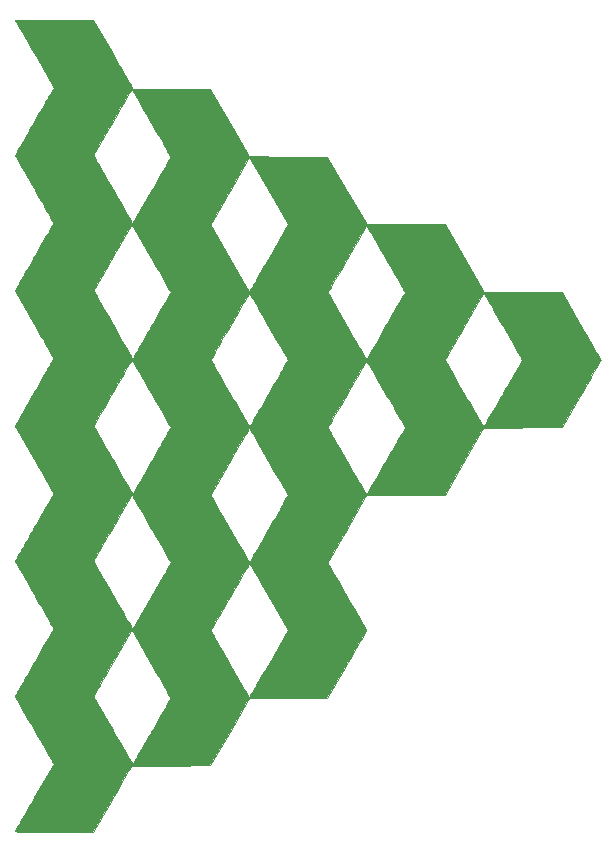
<source format=gbr>
G04 #@! TF.GenerationSoftware,KiCad,Pcbnew,(5.0.2)-1*
G04 #@! TF.CreationDate,2019-05-10T15:40:41-04:00*
G04 #@! TF.ProjectId,Business Card,42757369-6e65-4737-9320-436172642e6b,rev?*
G04 #@! TF.SameCoordinates,Original*
G04 #@! TF.FileFunction,Copper,L1,Top*
G04 #@! TF.FilePolarity,Positive*
%FSLAX46Y46*%
G04 Gerber Fmt 4.6, Leading zero omitted, Abs format (unit mm)*
G04 Created by KiCad (PCBNEW (5.0.2)-1) date 5/10/2019 3:40:41 PM*
%MOMM*%
%LPD*%
G01*
G04 APERTURE LIST*
G04 #@! TA.AperFunction,EtchedComponent*
%ADD10C,0.010000*%
G04 #@! TD*
G04 APERTURE END LIST*
D10*
G04 #@! TO.C,G\002A\002A\002A*
G36*
X108823504Y-74350239D02*
X109193158Y-74350496D01*
X109580907Y-74350945D01*
X109983772Y-74351590D01*
X110099542Y-74351808D01*
X113421806Y-74358258D01*
X115065965Y-77205906D01*
X116710125Y-80053554D01*
X120022725Y-80066266D01*
X123335325Y-80078979D01*
X124990493Y-82945696D01*
X126645660Y-85812413D01*
X133257858Y-85812961D01*
X136558534Y-91533133D01*
X139866154Y-91533797D01*
X143173774Y-91534462D01*
X144810896Y-94373160D01*
X145012936Y-94723681D01*
X145207939Y-95062367D01*
X145394391Y-95386572D01*
X145570781Y-95693652D01*
X145735597Y-95980963D01*
X145887327Y-96245859D01*
X146024460Y-96485697D01*
X146145483Y-96697831D01*
X146248886Y-96879618D01*
X146333155Y-97028413D01*
X146396780Y-97141570D01*
X146438248Y-97216447D01*
X146456047Y-97250397D01*
X146456614Y-97251925D01*
X146445170Y-97278480D01*
X146409685Y-97346375D01*
X146351653Y-97452973D01*
X146272570Y-97595639D01*
X146173931Y-97771738D01*
X146057230Y-97978635D01*
X145923962Y-98213693D01*
X145775621Y-98474279D01*
X145613703Y-98757756D01*
X145439703Y-99061490D01*
X145255115Y-99382844D01*
X145061434Y-99719184D01*
X144860154Y-100067874D01*
X144818668Y-100139640D01*
X143172125Y-102987287D01*
X136546791Y-103012713D01*
X134902325Y-105865643D01*
X133257858Y-108718574D01*
X129949184Y-108719647D01*
X126640510Y-108720721D01*
X124997583Y-111566921D01*
X124795297Y-111917547D01*
X124600168Y-112256132D01*
X124413697Y-112580055D01*
X124237383Y-112886695D01*
X124072728Y-113173430D01*
X123921229Y-113437640D01*
X123784389Y-113676702D01*
X123663706Y-113887997D01*
X123560682Y-114068903D01*
X123476815Y-114216799D01*
X123413606Y-114329064D01*
X123372555Y-114403076D01*
X123355162Y-114436215D01*
X123354655Y-114437707D01*
X123367136Y-114462354D01*
X123403580Y-114528393D01*
X123462484Y-114633201D01*
X123542346Y-114774153D01*
X123641664Y-114948627D01*
X123758936Y-115153998D01*
X123892661Y-115387643D01*
X124041336Y-115646938D01*
X124203459Y-115929260D01*
X124377530Y-116231984D01*
X124562045Y-116552488D01*
X124755503Y-116888146D01*
X124956401Y-117236337D01*
X124994595Y-117302491D01*
X125196686Y-117652639D01*
X125391619Y-117990674D01*
X125577892Y-118313979D01*
X125754005Y-118619936D01*
X125918456Y-118905926D01*
X126069744Y-119169333D01*
X126206367Y-119407538D01*
X126326824Y-119617923D01*
X126429615Y-119797870D01*
X126513238Y-119944763D01*
X126576191Y-120055982D01*
X126616973Y-120128910D01*
X126634084Y-120160930D01*
X126634535Y-120162169D01*
X126622056Y-120186174D01*
X126585618Y-120251590D01*
X126526717Y-120355806D01*
X126446851Y-120496212D01*
X126347516Y-120670198D01*
X126230208Y-120875155D01*
X126096426Y-121108472D01*
X125947665Y-121367540D01*
X125785422Y-121649748D01*
X125611194Y-121952486D01*
X125426479Y-122273145D01*
X125232772Y-122609114D01*
X125031571Y-122957784D01*
X124984899Y-123038623D01*
X123335262Y-125895596D01*
X120022805Y-125908308D01*
X116710347Y-125921021D01*
X115066305Y-128768669D01*
X113422264Y-131616316D01*
X110099771Y-131622767D01*
X109693171Y-131623471D01*
X109300850Y-131623983D01*
X108925784Y-131624308D01*
X108570952Y-131624449D01*
X108239331Y-131624411D01*
X107933898Y-131624200D01*
X107657633Y-131623818D01*
X107413511Y-131623271D01*
X107204512Y-131622564D01*
X107033612Y-131621699D01*
X106903790Y-131620683D01*
X106818023Y-131619519D01*
X106779289Y-131618212D01*
X106777277Y-131617818D01*
X106789758Y-131594819D01*
X106826200Y-131530409D01*
X106885103Y-131427194D01*
X106964966Y-131287782D01*
X107064289Y-131114779D01*
X107181572Y-130910792D01*
X107315315Y-130678426D01*
X107464016Y-130420289D01*
X107626176Y-130138986D01*
X107800294Y-129837125D01*
X107984870Y-129517312D01*
X108178404Y-129182154D01*
X108379394Y-128834256D01*
X108420157Y-128763720D01*
X108622569Y-128413281D01*
X108817833Y-128074823D01*
X109004445Y-127750971D01*
X109180901Y-127444353D01*
X109345697Y-127157594D01*
X109497330Y-126893322D01*
X109634294Y-126654164D01*
X109755087Y-126442745D01*
X109858204Y-126261693D01*
X109942141Y-126113634D01*
X110005395Y-126001195D01*
X110046461Y-125927002D01*
X110063836Y-125893682D01*
X110064335Y-125892182D01*
X110052011Y-125867011D01*
X110015713Y-125800453D01*
X109956940Y-125695130D01*
X109877190Y-125553667D01*
X109777962Y-125378687D01*
X109660754Y-125172813D01*
X109527064Y-124938670D01*
X109378391Y-124678880D01*
X109216232Y-124396067D01*
X109042088Y-124092855D01*
X108857455Y-123771867D01*
X108663832Y-123435727D01*
X108462718Y-123087058D01*
X108419823Y-123012753D01*
X106781788Y-120175628D01*
X113443748Y-120175628D01*
X113443750Y-120176065D01*
X113456919Y-120201030D01*
X113493574Y-120266624D01*
X113551891Y-120369675D01*
X113630044Y-120507013D01*
X113726206Y-120675467D01*
X113838553Y-120871868D01*
X113965258Y-121093044D01*
X114104496Y-121335825D01*
X114254440Y-121597041D01*
X114413264Y-121873521D01*
X114579144Y-122162095D01*
X114750253Y-122459591D01*
X114924766Y-122762841D01*
X115100856Y-123068673D01*
X115276697Y-123373916D01*
X115450465Y-123675401D01*
X115620332Y-123969956D01*
X115784474Y-124254412D01*
X115941065Y-124525598D01*
X116088278Y-124780343D01*
X116224287Y-125015477D01*
X116347268Y-125227829D01*
X116455394Y-125414230D01*
X116546839Y-125571507D01*
X116619778Y-125696492D01*
X116672384Y-125786013D01*
X116702833Y-125836900D01*
X116710016Y-125847834D01*
X116722989Y-125825860D01*
X116759882Y-125762446D01*
X116819189Y-125660188D01*
X116899409Y-125521688D01*
X116999039Y-125349543D01*
X117116575Y-125146354D01*
X117250515Y-124914718D01*
X117399357Y-124657236D01*
X117561596Y-124376506D01*
X117735731Y-124075128D01*
X117920258Y-123755700D01*
X118113675Y-123420823D01*
X118314479Y-123073094D01*
X118354673Y-123003483D01*
X119995221Y-120162221D01*
X118351284Y-117315062D01*
X118104601Y-116888072D01*
X117882044Y-116503386D01*
X117682511Y-116159159D01*
X117504905Y-115853540D01*
X117348124Y-115584683D01*
X117211071Y-115350738D01*
X117092645Y-115149858D01*
X116991746Y-114980195D01*
X116907276Y-114839901D01*
X116838134Y-114727127D01*
X116783221Y-114640025D01*
X116741438Y-114576748D01*
X116711685Y-114535447D01*
X116692863Y-114514274D01*
X116683871Y-114511380D01*
X116683546Y-114511880D01*
X116668086Y-114539010D01*
X116628747Y-114607507D01*
X116567069Y-114714700D01*
X116484593Y-114857916D01*
X116382861Y-115034481D01*
X116263414Y-115241722D01*
X116127791Y-115476967D01*
X115977536Y-115737543D01*
X115814187Y-116020777D01*
X115639287Y-116323996D01*
X115454376Y-116644526D01*
X115260995Y-116979696D01*
X115060685Y-117326833D01*
X115047897Y-117348994D01*
X114847614Y-117696426D01*
X114654618Y-118031933D01*
X114470416Y-118352858D01*
X114296517Y-118656545D01*
X114134427Y-118940336D01*
X113985655Y-119201575D01*
X113851706Y-119437605D01*
X113734090Y-119645770D01*
X113634313Y-119823412D01*
X113553883Y-119967876D01*
X113494307Y-120076505D01*
X113457093Y-120146641D01*
X113443748Y-120175628D01*
X106781788Y-120175628D01*
X106774013Y-120162162D01*
X108419823Y-117311572D01*
X108622315Y-116960614D01*
X108817630Y-116621635D01*
X109004268Y-116297259D01*
X109180731Y-115990110D01*
X109345522Y-115702811D01*
X109497141Y-115437986D01*
X109634091Y-115198259D01*
X109754872Y-114986252D01*
X109857987Y-114804590D01*
X109941937Y-114655895D01*
X110005223Y-114542793D01*
X110046348Y-114467905D01*
X110063813Y-114433856D01*
X110064335Y-114432143D01*
X110051681Y-114406971D01*
X110015047Y-114340423D01*
X109955937Y-114235123D01*
X109875854Y-114093699D01*
X109776302Y-113918777D01*
X109658786Y-113712984D01*
X109524809Y-113478946D01*
X109375875Y-113219291D01*
X109213489Y-112936644D01*
X109039153Y-112633632D01*
X108854372Y-112312882D01*
X108660651Y-111977021D01*
X108459492Y-111628674D01*
X108420084Y-111560478D01*
X108180362Y-111145562D01*
X107964937Y-110772388D01*
X107772566Y-110438725D01*
X107602009Y-110142344D01*
X107452022Y-109881012D01*
X107321365Y-109652500D01*
X107208796Y-109454576D01*
X107113071Y-109285011D01*
X107032951Y-109141573D01*
X106967193Y-109022032D01*
X106914555Y-108924157D01*
X106873796Y-108845718D01*
X106843673Y-108784483D01*
X106822945Y-108738223D01*
X106811608Y-108708008D01*
X113452773Y-108708008D01*
X113464981Y-108736272D01*
X113500755Y-108804837D01*
X113558270Y-108910540D01*
X113635699Y-109050216D01*
X113731216Y-109220701D01*
X113842997Y-109418833D01*
X113969214Y-109641448D01*
X114108042Y-109885381D01*
X114257655Y-110147469D01*
X114416227Y-110424548D01*
X114581933Y-110713455D01*
X114752946Y-111011026D01*
X114927441Y-111314097D01*
X115103592Y-111619505D01*
X115279573Y-111924085D01*
X115453558Y-112224675D01*
X115623721Y-112518110D01*
X115788236Y-112801226D01*
X115945278Y-113070861D01*
X116093021Y-113323849D01*
X116229638Y-113557029D01*
X116353305Y-113767235D01*
X116462195Y-113951304D01*
X116554481Y-114106073D01*
X116628340Y-114228377D01*
X116681943Y-114315053D01*
X116713467Y-114362938D01*
X116721422Y-114371678D01*
X116736180Y-114347671D01*
X116774812Y-114282248D01*
X116835789Y-114178044D01*
X116917583Y-114037694D01*
X117018666Y-113863835D01*
X117137511Y-113659101D01*
X117272590Y-113426128D01*
X117422373Y-113167551D01*
X117585334Y-112886007D01*
X117759945Y-112584130D01*
X117944677Y-112264556D01*
X118138002Y-111929920D01*
X118338393Y-111582859D01*
X118360670Y-111544264D01*
X118561573Y-111195982D01*
X118755295Y-110859724D01*
X118940328Y-110538131D01*
X119115162Y-110233845D01*
X119278287Y-109949508D01*
X119428194Y-109687762D01*
X119563372Y-109451247D01*
X119682313Y-109242607D01*
X119783506Y-109064482D01*
X119865442Y-108919514D01*
X119926612Y-108810346D01*
X119965505Y-108739617D01*
X119980611Y-108709972D01*
X119980756Y-108709329D01*
X119968276Y-108684807D01*
X119932237Y-108619662D01*
X119874466Y-108517058D01*
X119796788Y-108380159D01*
X119701027Y-108212130D01*
X119589009Y-108016133D01*
X119462560Y-107795334D01*
X119323504Y-107552896D01*
X119173666Y-107291984D01*
X119014872Y-107015761D01*
X118848947Y-106727391D01*
X118677716Y-106430038D01*
X118503004Y-106126867D01*
X118326636Y-105821042D01*
X118150439Y-105515726D01*
X117976235Y-105214084D01*
X117805852Y-104919279D01*
X117641114Y-104634476D01*
X117483846Y-104362839D01*
X117335874Y-104107531D01*
X117199022Y-103871717D01*
X117075116Y-103658561D01*
X116965981Y-103471226D01*
X116873442Y-103312878D01*
X116799325Y-103186679D01*
X116745454Y-103095794D01*
X116713655Y-103043387D01*
X116705351Y-103031254D01*
X116686650Y-103060309D01*
X116644855Y-103129942D01*
X116581797Y-103236955D01*
X116499311Y-103378149D01*
X116399229Y-103550324D01*
X116283383Y-103750281D01*
X116153608Y-103974822D01*
X116011734Y-104220747D01*
X115859597Y-104484858D01*
X115699028Y-104763955D01*
X115531861Y-105054840D01*
X115359927Y-105354313D01*
X115185061Y-105659176D01*
X115009096Y-105966228D01*
X114833863Y-106272273D01*
X114661196Y-106574110D01*
X114492928Y-106868540D01*
X114330892Y-107152364D01*
X114176921Y-107422385D01*
X114032848Y-107675401D01*
X113900505Y-107908215D01*
X113781725Y-108117627D01*
X113678342Y-108300439D01*
X113592188Y-108453451D01*
X113525096Y-108573465D01*
X113478900Y-108657281D01*
X113455431Y-108701700D01*
X113452773Y-108708008D01*
X106811608Y-108708008D01*
X106810369Y-108704706D01*
X106804705Y-108681702D01*
X106804710Y-108666981D01*
X106806477Y-108661979D01*
X106822641Y-108633380D01*
X106862690Y-108563431D01*
X106925077Y-108454820D01*
X107008254Y-108310229D01*
X107110674Y-108132346D01*
X107230787Y-107923855D01*
X107367048Y-107687440D01*
X107517908Y-107425789D01*
X107681819Y-107141584D01*
X107857235Y-106837512D01*
X108042607Y-106516259D01*
X108236387Y-106180508D01*
X108437029Y-105832945D01*
X108450559Y-105809510D01*
X108651095Y-105461975D01*
X108844459Y-105126485D01*
X109029137Y-104805687D01*
X109203616Y-104502225D01*
X109366381Y-104218745D01*
X109515919Y-103957893D01*
X109650717Y-103722314D01*
X109769261Y-103514653D01*
X109870037Y-103337556D01*
X109951532Y-103193669D01*
X110012232Y-103085636D01*
X110050624Y-103016104D01*
X110065194Y-102987718D01*
X110065285Y-102987287D01*
X110062818Y-102982390D01*
X123352427Y-102982390D01*
X123364303Y-103007854D01*
X123399858Y-103073803D01*
X123457261Y-103177078D01*
X123534681Y-103314519D01*
X123630287Y-103482967D01*
X123742247Y-103679263D01*
X123868732Y-103900246D01*
X124007909Y-104142759D01*
X124157947Y-104403641D01*
X124317016Y-104679732D01*
X124483285Y-104967875D01*
X124654922Y-105264908D01*
X124830096Y-105567674D01*
X125006976Y-105873011D01*
X125183732Y-106177762D01*
X125358532Y-106478766D01*
X125529544Y-106772865D01*
X125694939Y-107056898D01*
X125852884Y-107327707D01*
X126001549Y-107582132D01*
X126139103Y-107817014D01*
X126263714Y-108029193D01*
X126373552Y-108215510D01*
X126466786Y-108372805D01*
X126541584Y-108497919D01*
X126596115Y-108587693D01*
X126628548Y-108638968D01*
X126637310Y-108650227D01*
X126651881Y-108626313D01*
X126690328Y-108560981D01*
X126751126Y-108456866D01*
X126832747Y-108316600D01*
X126933668Y-108142819D01*
X127052360Y-107938156D01*
X127187299Y-107705245D01*
X127336959Y-107446720D01*
X127499814Y-107165214D01*
X127674338Y-106863363D01*
X127859004Y-106543799D01*
X128052287Y-106209156D01*
X128252662Y-105862070D01*
X128275660Y-105822222D01*
X128476591Y-105473872D01*
X128670355Y-105137564D01*
X128855441Y-104815939D01*
X129030339Y-104511635D01*
X129193540Y-104227293D01*
X129343534Y-103965552D01*
X129478811Y-103729052D01*
X129597862Y-103520433D01*
X129699176Y-103342334D01*
X129781245Y-103197395D01*
X129842558Y-103088257D01*
X129881606Y-103017558D01*
X129896878Y-102987938D01*
X129897042Y-102987287D01*
X129884615Y-102963224D01*
X129848575Y-102898326D01*
X129790758Y-102795782D01*
X129712999Y-102658782D01*
X129617136Y-102490515D01*
X129505003Y-102294172D01*
X129378437Y-102072940D01*
X129239274Y-101830011D01*
X129089349Y-101568573D01*
X128930499Y-101291816D01*
X128764559Y-101002930D01*
X128593366Y-100705103D01*
X128418756Y-100401525D01*
X128242564Y-100095387D01*
X128066626Y-99789877D01*
X127892779Y-99488184D01*
X127722858Y-99193499D01*
X127558700Y-98909010D01*
X127402139Y-98637908D01*
X127255013Y-98383382D01*
X127119158Y-98148621D01*
X126996408Y-97936814D01*
X126888600Y-97751152D01*
X126797571Y-97594823D01*
X126725155Y-97471018D01*
X126673190Y-97382925D01*
X126643510Y-97333734D01*
X126637290Y-97324348D01*
X126623312Y-97344109D01*
X126585779Y-97404767D01*
X126526525Y-97503161D01*
X126447385Y-97636132D01*
X126350194Y-97800517D01*
X126236787Y-97993157D01*
X126109000Y-98210890D01*
X125968666Y-98450556D01*
X125817622Y-98708994D01*
X125657702Y-98983044D01*
X125490741Y-99269544D01*
X125318575Y-99565333D01*
X125143038Y-99867252D01*
X124965965Y-100172139D01*
X124789191Y-100476834D01*
X124614552Y-100778175D01*
X124443882Y-101073002D01*
X124279017Y-101358155D01*
X124121791Y-101630473D01*
X123974039Y-101886794D01*
X123837597Y-102123958D01*
X123714299Y-102338804D01*
X123605981Y-102528173D01*
X123514477Y-102688901D01*
X123441623Y-102817830D01*
X123389253Y-102911799D01*
X123359203Y-102967646D01*
X123352427Y-102982390D01*
X110062818Y-102982390D01*
X110052804Y-102962514D01*
X110016372Y-102896371D01*
X109957503Y-102791504D01*
X109877710Y-102650556D01*
X109778508Y-102476176D01*
X109661409Y-102271007D01*
X109527928Y-102037695D01*
X109379577Y-101778885D01*
X109217872Y-101497224D01*
X109044324Y-101195357D01*
X108860449Y-100875928D01*
X108667759Y-100541584D01*
X108467769Y-100194969D01*
X108450504Y-100165065D01*
X108249459Y-99816816D01*
X108055174Y-99480201D01*
X107869195Y-99157906D01*
X107693072Y-98852615D01*
X107528351Y-98567013D01*
X107376579Y-98303787D01*
X107239305Y-98065620D01*
X107118077Y-97855197D01*
X107014440Y-97675205D01*
X106929944Y-97528327D01*
X106866136Y-97417249D01*
X106824563Y-97344656D01*
X106806772Y-97313233D01*
X106806471Y-97312669D01*
X106804101Y-97301264D01*
X106806808Y-97282642D01*
X106815833Y-97254571D01*
X106824317Y-97234237D01*
X113450305Y-97234237D01*
X113457920Y-97259295D01*
X113486716Y-97319925D01*
X113537109Y-97416868D01*
X113609516Y-97550862D01*
X113704352Y-97722647D01*
X113822034Y-97932964D01*
X113962979Y-98182550D01*
X114127601Y-98472147D01*
X114316317Y-98802492D01*
X114529544Y-99174326D01*
X114767697Y-99588389D01*
X115031193Y-100045420D01*
X115069813Y-100112328D01*
X115271599Y-100461537D01*
X115466467Y-100798109D01*
X115652901Y-101119464D01*
X115829390Y-101423021D01*
X115994420Y-101706200D01*
X116146477Y-101966421D01*
X116284050Y-102201104D01*
X116405625Y-102407668D01*
X116509689Y-102583533D01*
X116594729Y-102726119D01*
X116659231Y-102832846D01*
X116701683Y-102901133D01*
X116720572Y-102928400D01*
X116721363Y-102928742D01*
X116735757Y-102904925D01*
X116774033Y-102839692D01*
X116834667Y-102735676D01*
X116916134Y-102595509D01*
X117016909Y-102421823D01*
X117135469Y-102217253D01*
X117270289Y-101984430D01*
X117419844Y-101725987D01*
X117582609Y-101444557D01*
X117757061Y-101142773D01*
X117941675Y-100823267D01*
X118134927Y-100488673D01*
X118335291Y-100141622D01*
X118358449Y-100101502D01*
X118559413Y-99753133D01*
X118753220Y-99416793D01*
X118938359Y-99095122D01*
X119113320Y-98790761D01*
X119276590Y-98506351D01*
X119426661Y-98244534D01*
X119562020Y-98007949D01*
X119681158Y-97799239D01*
X119782562Y-97621042D01*
X119864724Y-97476002D01*
X119926131Y-97366758D01*
X119965273Y-97295952D01*
X119980639Y-97266223D01*
X119980813Y-97265562D01*
X119968467Y-97241349D01*
X119964649Y-97234444D01*
X133282072Y-97234444D01*
X133289411Y-97259037D01*
X133317420Y-97318306D01*
X133366555Y-97413066D01*
X133437274Y-97544128D01*
X133530035Y-97712305D01*
X133645294Y-97918410D01*
X133783509Y-98163257D01*
X133945137Y-98447656D01*
X134130636Y-98772422D01*
X134340462Y-99138367D01*
X134575074Y-99546303D01*
X134834929Y-99997044D01*
X134901565Y-100112486D01*
X135103367Y-100461674D01*
X135298249Y-100798225D01*
X135484696Y-101119561D01*
X135661197Y-101423100D01*
X135826237Y-101706261D01*
X135978303Y-101966466D01*
X136115882Y-102201133D01*
X136237461Y-102407682D01*
X136341526Y-102583534D01*
X136426565Y-102726107D01*
X136491064Y-102832821D01*
X136533509Y-102901096D01*
X136552388Y-102928352D01*
X136553177Y-102928693D01*
X136567568Y-102904882D01*
X136605842Y-102839655D01*
X136666473Y-102735644D01*
X136747937Y-102595483D01*
X136848709Y-102421802D01*
X136967266Y-102217237D01*
X137102083Y-101984418D01*
X137251634Y-101725979D01*
X137414397Y-101444552D01*
X137588846Y-101142771D01*
X137773457Y-100823267D01*
X137966706Y-100488674D01*
X138167068Y-100141624D01*
X138190226Y-100101502D01*
X138391188Y-99753136D01*
X138584993Y-99416801D01*
X138770130Y-99095138D01*
X138945090Y-98790788D01*
X139108361Y-98506391D01*
X139258432Y-98244588D01*
X139393793Y-98008019D01*
X139512932Y-97799326D01*
X139614340Y-97621149D01*
X139696504Y-97476129D01*
X139757915Y-97366906D01*
X139797062Y-97296121D01*
X139812434Y-97266415D01*
X139812609Y-97265756D01*
X139800267Y-97241554D01*
X139764304Y-97176522D01*
X139706558Y-97073850D01*
X139628864Y-96936728D01*
X139533058Y-96768347D01*
X139420976Y-96571896D01*
X139294455Y-96350566D01*
X139155331Y-96107547D01*
X139005439Y-95846029D01*
X138846617Y-95569202D01*
X138680700Y-95280256D01*
X138509524Y-94982381D01*
X138334926Y-94678768D01*
X138158742Y-94372607D01*
X137982807Y-94067088D01*
X137808959Y-93765401D01*
X137639032Y-93470736D01*
X137474865Y-93186283D01*
X137318291Y-92915233D01*
X137171149Y-92660776D01*
X137035273Y-92426101D01*
X136912500Y-92214399D01*
X136804667Y-92028860D01*
X136713608Y-91872675D01*
X136641162Y-91749033D01*
X136589163Y-91661124D01*
X136559448Y-91612140D01*
X136553223Y-91602897D01*
X136539125Y-91622606D01*
X136501475Y-91683206D01*
X136442113Y-91781529D01*
X136362879Y-91914408D01*
X136265613Y-92078676D01*
X136152154Y-92271166D01*
X136024343Y-92488710D01*
X135884018Y-92728141D01*
X135733020Y-92986292D01*
X135573188Y-93259995D01*
X135406362Y-93546084D01*
X135234382Y-93841391D01*
X135059087Y-94142749D01*
X134882318Y-94446991D01*
X134705914Y-94750949D01*
X134531714Y-95051456D01*
X134361559Y-95345345D01*
X134197288Y-95629448D01*
X134040741Y-95900599D01*
X133893758Y-96155630D01*
X133758178Y-96391374D01*
X133635841Y-96604664D01*
X133528587Y-96792332D01*
X133438256Y-96951212D01*
X133366687Y-97078135D01*
X133315720Y-97169935D01*
X133287195Y-97223444D01*
X133282072Y-97234444D01*
X119964649Y-97234444D01*
X119932499Y-97176306D01*
X119874748Y-97073624D01*
X119797047Y-96936493D01*
X119701235Y-96768103D01*
X119589147Y-96571645D01*
X119462620Y-96350309D01*
X119323489Y-96107284D01*
X119173592Y-95845763D01*
X119014764Y-95568934D01*
X118848842Y-95279988D01*
X118677662Y-94982115D01*
X118503061Y-94678506D01*
X118326874Y-94372350D01*
X118150938Y-94066839D01*
X117977089Y-93765162D01*
X117807164Y-93470509D01*
X117642999Y-93186072D01*
X117486430Y-92915040D01*
X117339293Y-92660603D01*
X117203425Y-92425952D01*
X117080662Y-92214276D01*
X116972840Y-92028768D01*
X116881796Y-91872615D01*
X116809366Y-91749010D01*
X116757386Y-91661142D01*
X116727692Y-91612201D01*
X116721486Y-91602990D01*
X116707395Y-91622706D01*
X116669750Y-91683312D01*
X116610391Y-91781640D01*
X116531160Y-91914523D01*
X116433894Y-92078794D01*
X116320435Y-92271285D01*
X116192622Y-92488829D01*
X116052294Y-92728259D01*
X115901293Y-92986407D01*
X115741457Y-93260107D01*
X115574627Y-93546190D01*
X115402642Y-93841490D01*
X115227343Y-94142840D01*
X115050568Y-94447071D01*
X114874159Y-94751018D01*
X114699954Y-95051512D01*
X114529795Y-95345386D01*
X114365520Y-95629473D01*
X114208969Y-95900606D01*
X114061983Y-96155617D01*
X113926401Y-96391339D01*
X113804063Y-96604605D01*
X113696809Y-96792248D01*
X113606479Y-96951099D01*
X113534913Y-97077993D01*
X113483950Y-97169762D01*
X113455431Y-97223238D01*
X113450305Y-97234237D01*
X106824317Y-97234237D01*
X106832417Y-97214824D01*
X106857800Y-97161170D01*
X106893225Y-97091379D01*
X106939933Y-97003224D01*
X106999164Y-96894473D01*
X107072160Y-96762899D01*
X107160163Y-96606270D01*
X107264413Y-96422358D01*
X107386152Y-96208933D01*
X107526620Y-95963766D01*
X107687060Y-95684628D01*
X107868713Y-95369288D01*
X108072819Y-95015518D01*
X108300620Y-94621087D01*
X108420186Y-94414171D01*
X108622600Y-94063725D01*
X108817866Y-93725263D01*
X109004480Y-93401411D01*
X109180937Y-93094796D01*
X109345734Y-92808044D01*
X109497368Y-92543781D01*
X109634334Y-92304632D01*
X109755128Y-92093225D01*
X109858248Y-91912186D01*
X109942188Y-91764140D01*
X110005445Y-91651715D01*
X110046516Y-91577535D01*
X110063897Y-91544229D01*
X110064397Y-91542728D01*
X110061904Y-91537646D01*
X123367368Y-91537646D01*
X123379744Y-91565175D01*
X123415658Y-91633070D01*
X123473286Y-91738168D01*
X123550804Y-91877308D01*
X123646388Y-92047324D01*
X123758214Y-92245056D01*
X123884458Y-92467339D01*
X124023297Y-92711011D01*
X124172907Y-92972908D01*
X124331464Y-93249868D01*
X124497144Y-93538728D01*
X124668123Y-93836324D01*
X124842578Y-94139495D01*
X125018684Y-94445075D01*
X125194619Y-94749904D01*
X125368557Y-95050817D01*
X125538676Y-95344652D01*
X125703151Y-95628245D01*
X125860158Y-95898435D01*
X126007875Y-96152057D01*
X126144476Y-96385948D01*
X126268139Y-96596947D01*
X126377039Y-96781889D01*
X126469352Y-96937612D01*
X126543255Y-97060953D01*
X126596925Y-97148749D01*
X126628536Y-97197836D01*
X126636625Y-97207423D01*
X126650936Y-97183662D01*
X126689095Y-97118490D01*
X126749569Y-97014557D01*
X126830824Y-96874515D01*
X126931329Y-96701017D01*
X127049549Y-96496713D01*
X127183951Y-96264256D01*
X127333003Y-96006297D01*
X127495171Y-95725487D01*
X127668922Y-95424479D01*
X127852723Y-95105924D01*
X128045041Y-94772473D01*
X128244343Y-94426779D01*
X128248873Y-94418919D01*
X128448737Y-94072230D01*
X128641915Y-93737233D01*
X128826850Y-93416624D01*
X129001985Y-93113102D01*
X129165761Y-92829361D01*
X129316620Y-92568098D01*
X129453006Y-92332010D01*
X129573360Y-92123793D01*
X129676125Y-91946145D01*
X129759743Y-91801760D01*
X129822655Y-91693336D01*
X129863305Y-91623570D01*
X129880135Y-91595157D01*
X129880153Y-91595129D01*
X129883570Y-91584828D01*
X129882581Y-91568541D01*
X129875931Y-91544013D01*
X129862370Y-91508985D01*
X129840643Y-91461201D01*
X129809499Y-91398404D01*
X129767685Y-91318336D01*
X129713947Y-91218742D01*
X129647034Y-91097364D01*
X129565692Y-90951945D01*
X129468670Y-90780228D01*
X129354713Y-90579956D01*
X129222571Y-90348872D01*
X129070989Y-90084719D01*
X128898715Y-89785241D01*
X128704496Y-89448180D01*
X128487081Y-89071279D01*
X128285500Y-88722056D01*
X128083912Y-88373000D01*
X127889199Y-88036066D01*
X127702890Y-87713883D01*
X127526509Y-87409082D01*
X127361584Y-87124294D01*
X127209640Y-86862150D01*
X127072205Y-86625279D01*
X126950804Y-86416312D01*
X126846964Y-86237880D01*
X126762211Y-86092613D01*
X126698072Y-85983141D01*
X126656072Y-85912096D01*
X126637739Y-85882107D01*
X126637152Y-85881339D01*
X126622244Y-85900262D01*
X126583940Y-85960172D01*
X126524068Y-86057907D01*
X126444458Y-86190300D01*
X126346939Y-86354188D01*
X126233340Y-86546406D01*
X126105492Y-86763789D01*
X125965223Y-87003173D01*
X125814362Y-87261394D01*
X125654739Y-87535287D01*
X125488184Y-87821687D01*
X125316525Y-88117430D01*
X125141592Y-88419351D01*
X124965214Y-88724286D01*
X124789221Y-89029071D01*
X124615442Y-89330540D01*
X124445707Y-89625529D01*
X124281843Y-89910875D01*
X124125682Y-90183411D01*
X123979052Y-90439974D01*
X123843783Y-90677400D01*
X123721704Y-90892523D01*
X123614644Y-91082179D01*
X123524433Y-91243204D01*
X123452899Y-91372433D01*
X123401873Y-91466701D01*
X123373184Y-91522845D01*
X123367368Y-91537646D01*
X110061904Y-91537646D01*
X110052066Y-91517594D01*
X110015764Y-91451071D01*
X109956987Y-91345781D01*
X109877236Y-91204349D01*
X109778008Y-91029397D01*
X109660801Y-90823549D01*
X109527113Y-90589427D01*
X109378444Y-90329655D01*
X109216290Y-90046856D01*
X109042151Y-89743653D01*
X108857525Y-89422670D01*
X108663909Y-89086529D01*
X108462803Y-88737854D01*
X108419795Y-88663347D01*
X106782213Y-85826809D01*
X113443782Y-85826809D01*
X113456946Y-85851781D01*
X113493600Y-85917380D01*
X113551918Y-86020435D01*
X113630073Y-86157777D01*
X113726240Y-86326234D01*
X113838593Y-86522635D01*
X113965306Y-86743811D01*
X114104551Y-86986590D01*
X114254505Y-87247802D01*
X114413339Y-87524276D01*
X114579229Y-87812842D01*
X114750348Y-88110328D01*
X114924870Y-88413566D01*
X115100969Y-88719383D01*
X115276819Y-89024609D01*
X115450594Y-89326073D01*
X115620468Y-89620606D01*
X115784614Y-89905036D01*
X115941207Y-90176193D01*
X116088420Y-90430906D01*
X116224428Y-90666004D01*
X116347404Y-90878318D01*
X116455522Y-91064675D01*
X116546957Y-91221906D01*
X116619881Y-91346841D01*
X116672470Y-91436307D01*
X116702897Y-91487136D01*
X116710060Y-91498026D01*
X116723040Y-91476060D01*
X116759939Y-91412653D01*
X116819254Y-91310405D01*
X116899483Y-91171914D01*
X116999121Y-90999779D01*
X117116666Y-90796599D01*
X117250616Y-90564975D01*
X117399466Y-90307504D01*
X117561715Y-90026785D01*
X117735858Y-89725419D01*
X117920394Y-89406004D01*
X118113818Y-89071138D01*
X118314628Y-88723422D01*
X118354746Y-88653949D01*
X119995277Y-85812903D01*
X118352524Y-82967656D01*
X116709770Y-80122409D01*
X115072942Y-82957562D01*
X114871054Y-83307614D01*
X114676441Y-83645757D01*
X114490602Y-83969356D01*
X114315031Y-84275773D01*
X114151228Y-84562372D01*
X114000687Y-84826519D01*
X113864906Y-85065576D01*
X113745381Y-85276907D01*
X113643610Y-85457877D01*
X113561090Y-85605849D01*
X113499316Y-85718187D01*
X113459785Y-85792255D01*
X113443996Y-85825417D01*
X113443782Y-85826809D01*
X106782213Y-85826809D01*
X106773957Y-85812509D01*
X108419795Y-82961871D01*
X108622289Y-82610909D01*
X108817607Y-82271927D01*
X109004249Y-81947548D01*
X109180716Y-81640395D01*
X109345512Y-81353093D01*
X109497136Y-81088265D01*
X109634092Y-80848534D01*
X109754879Y-80636523D01*
X109858001Y-80454857D01*
X109941958Y-80306159D01*
X110005252Y-80193053D01*
X110046385Y-80118161D01*
X110063859Y-80084108D01*
X110064382Y-80082393D01*
X110051732Y-80057222D01*
X110015100Y-79990676D01*
X109955987Y-79885381D01*
X109875900Y-79743964D01*
X109776342Y-79569051D01*
X109658818Y-79363269D01*
X109524831Y-79129245D01*
X109375885Y-78869606D01*
X109213486Y-78586977D01*
X109039136Y-78283987D01*
X108854341Y-77963260D01*
X108660603Y-77627425D01*
X108459429Y-77279108D01*
X108420204Y-77211241D01*
X108217891Y-76861143D01*
X108022737Y-76523260D01*
X107836244Y-76200198D01*
X107659912Y-75894565D01*
X107495241Y-75608967D01*
X107343733Y-75346012D01*
X107206887Y-75108305D01*
X107086205Y-74898456D01*
X106983188Y-74719069D01*
X106899336Y-74572753D01*
X106836149Y-74462114D01*
X106795129Y-74389759D01*
X106777776Y-74358296D01*
X106777277Y-74357142D01*
X106802206Y-74355748D01*
X106875008Y-74354498D01*
X106992705Y-74353396D01*
X107152319Y-74352447D01*
X107350872Y-74351656D01*
X107585387Y-74351028D01*
X107852885Y-74350568D01*
X108150390Y-74350280D01*
X108474922Y-74350168D01*
X108823504Y-74350239D01*
X108823504Y-74350239D01*
G37*
X108823504Y-74350239D02*
X109193158Y-74350496D01*
X109580907Y-74350945D01*
X109983772Y-74351590D01*
X110099542Y-74351808D01*
X113421806Y-74358258D01*
X115065965Y-77205906D01*
X116710125Y-80053554D01*
X120022725Y-80066266D01*
X123335325Y-80078979D01*
X124990493Y-82945696D01*
X126645660Y-85812413D01*
X133257858Y-85812961D01*
X136558534Y-91533133D01*
X139866154Y-91533797D01*
X143173774Y-91534462D01*
X144810896Y-94373160D01*
X145012936Y-94723681D01*
X145207939Y-95062367D01*
X145394391Y-95386572D01*
X145570781Y-95693652D01*
X145735597Y-95980963D01*
X145887327Y-96245859D01*
X146024460Y-96485697D01*
X146145483Y-96697831D01*
X146248886Y-96879618D01*
X146333155Y-97028413D01*
X146396780Y-97141570D01*
X146438248Y-97216447D01*
X146456047Y-97250397D01*
X146456614Y-97251925D01*
X146445170Y-97278480D01*
X146409685Y-97346375D01*
X146351653Y-97452973D01*
X146272570Y-97595639D01*
X146173931Y-97771738D01*
X146057230Y-97978635D01*
X145923962Y-98213693D01*
X145775621Y-98474279D01*
X145613703Y-98757756D01*
X145439703Y-99061490D01*
X145255115Y-99382844D01*
X145061434Y-99719184D01*
X144860154Y-100067874D01*
X144818668Y-100139640D01*
X143172125Y-102987287D01*
X136546791Y-103012713D01*
X134902325Y-105865643D01*
X133257858Y-108718574D01*
X129949184Y-108719647D01*
X126640510Y-108720721D01*
X124997583Y-111566921D01*
X124795297Y-111917547D01*
X124600168Y-112256132D01*
X124413697Y-112580055D01*
X124237383Y-112886695D01*
X124072728Y-113173430D01*
X123921229Y-113437640D01*
X123784389Y-113676702D01*
X123663706Y-113887997D01*
X123560682Y-114068903D01*
X123476815Y-114216799D01*
X123413606Y-114329064D01*
X123372555Y-114403076D01*
X123355162Y-114436215D01*
X123354655Y-114437707D01*
X123367136Y-114462354D01*
X123403580Y-114528393D01*
X123462484Y-114633201D01*
X123542346Y-114774153D01*
X123641664Y-114948627D01*
X123758936Y-115153998D01*
X123892661Y-115387643D01*
X124041336Y-115646938D01*
X124203459Y-115929260D01*
X124377530Y-116231984D01*
X124562045Y-116552488D01*
X124755503Y-116888146D01*
X124956401Y-117236337D01*
X124994595Y-117302491D01*
X125196686Y-117652639D01*
X125391619Y-117990674D01*
X125577892Y-118313979D01*
X125754005Y-118619936D01*
X125918456Y-118905926D01*
X126069744Y-119169333D01*
X126206367Y-119407538D01*
X126326824Y-119617923D01*
X126429615Y-119797870D01*
X126513238Y-119944763D01*
X126576191Y-120055982D01*
X126616973Y-120128910D01*
X126634084Y-120160930D01*
X126634535Y-120162169D01*
X126622056Y-120186174D01*
X126585618Y-120251590D01*
X126526717Y-120355806D01*
X126446851Y-120496212D01*
X126347516Y-120670198D01*
X126230208Y-120875155D01*
X126096426Y-121108472D01*
X125947665Y-121367540D01*
X125785422Y-121649748D01*
X125611194Y-121952486D01*
X125426479Y-122273145D01*
X125232772Y-122609114D01*
X125031571Y-122957784D01*
X124984899Y-123038623D01*
X123335262Y-125895596D01*
X120022805Y-125908308D01*
X116710347Y-125921021D01*
X115066305Y-128768669D01*
X113422264Y-131616316D01*
X110099771Y-131622767D01*
X109693171Y-131623471D01*
X109300850Y-131623983D01*
X108925784Y-131624308D01*
X108570952Y-131624449D01*
X108239331Y-131624411D01*
X107933898Y-131624200D01*
X107657633Y-131623818D01*
X107413511Y-131623271D01*
X107204512Y-131622564D01*
X107033612Y-131621699D01*
X106903790Y-131620683D01*
X106818023Y-131619519D01*
X106779289Y-131618212D01*
X106777277Y-131617818D01*
X106789758Y-131594819D01*
X106826200Y-131530409D01*
X106885103Y-131427194D01*
X106964966Y-131287782D01*
X107064289Y-131114779D01*
X107181572Y-130910792D01*
X107315315Y-130678426D01*
X107464016Y-130420289D01*
X107626176Y-130138986D01*
X107800294Y-129837125D01*
X107984870Y-129517312D01*
X108178404Y-129182154D01*
X108379394Y-128834256D01*
X108420157Y-128763720D01*
X108622569Y-128413281D01*
X108817833Y-128074823D01*
X109004445Y-127750971D01*
X109180901Y-127444353D01*
X109345697Y-127157594D01*
X109497330Y-126893322D01*
X109634294Y-126654164D01*
X109755087Y-126442745D01*
X109858204Y-126261693D01*
X109942141Y-126113634D01*
X110005395Y-126001195D01*
X110046461Y-125927002D01*
X110063836Y-125893682D01*
X110064335Y-125892182D01*
X110052011Y-125867011D01*
X110015713Y-125800453D01*
X109956940Y-125695130D01*
X109877190Y-125553667D01*
X109777962Y-125378687D01*
X109660754Y-125172813D01*
X109527064Y-124938670D01*
X109378391Y-124678880D01*
X109216232Y-124396067D01*
X109042088Y-124092855D01*
X108857455Y-123771867D01*
X108663832Y-123435727D01*
X108462718Y-123087058D01*
X108419823Y-123012753D01*
X106781788Y-120175628D01*
X113443748Y-120175628D01*
X113443750Y-120176065D01*
X113456919Y-120201030D01*
X113493574Y-120266624D01*
X113551891Y-120369675D01*
X113630044Y-120507013D01*
X113726206Y-120675467D01*
X113838553Y-120871868D01*
X113965258Y-121093044D01*
X114104496Y-121335825D01*
X114254440Y-121597041D01*
X114413264Y-121873521D01*
X114579144Y-122162095D01*
X114750253Y-122459591D01*
X114924766Y-122762841D01*
X115100856Y-123068673D01*
X115276697Y-123373916D01*
X115450465Y-123675401D01*
X115620332Y-123969956D01*
X115784474Y-124254412D01*
X115941065Y-124525598D01*
X116088278Y-124780343D01*
X116224287Y-125015477D01*
X116347268Y-125227829D01*
X116455394Y-125414230D01*
X116546839Y-125571507D01*
X116619778Y-125696492D01*
X116672384Y-125786013D01*
X116702833Y-125836900D01*
X116710016Y-125847834D01*
X116722989Y-125825860D01*
X116759882Y-125762446D01*
X116819189Y-125660188D01*
X116899409Y-125521688D01*
X116999039Y-125349543D01*
X117116575Y-125146354D01*
X117250515Y-124914718D01*
X117399357Y-124657236D01*
X117561596Y-124376506D01*
X117735731Y-124075128D01*
X117920258Y-123755700D01*
X118113675Y-123420823D01*
X118314479Y-123073094D01*
X118354673Y-123003483D01*
X119995221Y-120162221D01*
X118351284Y-117315062D01*
X118104601Y-116888072D01*
X117882044Y-116503386D01*
X117682511Y-116159159D01*
X117504905Y-115853540D01*
X117348124Y-115584683D01*
X117211071Y-115350738D01*
X117092645Y-115149858D01*
X116991746Y-114980195D01*
X116907276Y-114839901D01*
X116838134Y-114727127D01*
X116783221Y-114640025D01*
X116741438Y-114576748D01*
X116711685Y-114535447D01*
X116692863Y-114514274D01*
X116683871Y-114511380D01*
X116683546Y-114511880D01*
X116668086Y-114539010D01*
X116628747Y-114607507D01*
X116567069Y-114714700D01*
X116484593Y-114857916D01*
X116382861Y-115034481D01*
X116263414Y-115241722D01*
X116127791Y-115476967D01*
X115977536Y-115737543D01*
X115814187Y-116020777D01*
X115639287Y-116323996D01*
X115454376Y-116644526D01*
X115260995Y-116979696D01*
X115060685Y-117326833D01*
X115047897Y-117348994D01*
X114847614Y-117696426D01*
X114654618Y-118031933D01*
X114470416Y-118352858D01*
X114296517Y-118656545D01*
X114134427Y-118940336D01*
X113985655Y-119201575D01*
X113851706Y-119437605D01*
X113734090Y-119645770D01*
X113634313Y-119823412D01*
X113553883Y-119967876D01*
X113494307Y-120076505D01*
X113457093Y-120146641D01*
X113443748Y-120175628D01*
X106781788Y-120175628D01*
X106774013Y-120162162D01*
X108419823Y-117311572D01*
X108622315Y-116960614D01*
X108817630Y-116621635D01*
X109004268Y-116297259D01*
X109180731Y-115990110D01*
X109345522Y-115702811D01*
X109497141Y-115437986D01*
X109634091Y-115198259D01*
X109754872Y-114986252D01*
X109857987Y-114804590D01*
X109941937Y-114655895D01*
X110005223Y-114542793D01*
X110046348Y-114467905D01*
X110063813Y-114433856D01*
X110064335Y-114432143D01*
X110051681Y-114406971D01*
X110015047Y-114340423D01*
X109955937Y-114235123D01*
X109875854Y-114093699D01*
X109776302Y-113918777D01*
X109658786Y-113712984D01*
X109524809Y-113478946D01*
X109375875Y-113219291D01*
X109213489Y-112936644D01*
X109039153Y-112633632D01*
X108854372Y-112312882D01*
X108660651Y-111977021D01*
X108459492Y-111628674D01*
X108420084Y-111560478D01*
X108180362Y-111145562D01*
X107964937Y-110772388D01*
X107772566Y-110438725D01*
X107602009Y-110142344D01*
X107452022Y-109881012D01*
X107321365Y-109652500D01*
X107208796Y-109454576D01*
X107113071Y-109285011D01*
X107032951Y-109141573D01*
X106967193Y-109022032D01*
X106914555Y-108924157D01*
X106873796Y-108845718D01*
X106843673Y-108784483D01*
X106822945Y-108738223D01*
X106811608Y-108708008D01*
X113452773Y-108708008D01*
X113464981Y-108736272D01*
X113500755Y-108804837D01*
X113558270Y-108910540D01*
X113635699Y-109050216D01*
X113731216Y-109220701D01*
X113842997Y-109418833D01*
X113969214Y-109641448D01*
X114108042Y-109885381D01*
X114257655Y-110147469D01*
X114416227Y-110424548D01*
X114581933Y-110713455D01*
X114752946Y-111011026D01*
X114927441Y-111314097D01*
X115103592Y-111619505D01*
X115279573Y-111924085D01*
X115453558Y-112224675D01*
X115623721Y-112518110D01*
X115788236Y-112801226D01*
X115945278Y-113070861D01*
X116093021Y-113323849D01*
X116229638Y-113557029D01*
X116353305Y-113767235D01*
X116462195Y-113951304D01*
X116554481Y-114106073D01*
X116628340Y-114228377D01*
X116681943Y-114315053D01*
X116713467Y-114362938D01*
X116721422Y-114371678D01*
X116736180Y-114347671D01*
X116774812Y-114282248D01*
X116835789Y-114178044D01*
X116917583Y-114037694D01*
X117018666Y-113863835D01*
X117137511Y-113659101D01*
X117272590Y-113426128D01*
X117422373Y-113167551D01*
X117585334Y-112886007D01*
X117759945Y-112584130D01*
X117944677Y-112264556D01*
X118138002Y-111929920D01*
X118338393Y-111582859D01*
X118360670Y-111544264D01*
X118561573Y-111195982D01*
X118755295Y-110859724D01*
X118940328Y-110538131D01*
X119115162Y-110233845D01*
X119278287Y-109949508D01*
X119428194Y-109687762D01*
X119563372Y-109451247D01*
X119682313Y-109242607D01*
X119783506Y-109064482D01*
X119865442Y-108919514D01*
X119926612Y-108810346D01*
X119965505Y-108739617D01*
X119980611Y-108709972D01*
X119980756Y-108709329D01*
X119968276Y-108684807D01*
X119932237Y-108619662D01*
X119874466Y-108517058D01*
X119796788Y-108380159D01*
X119701027Y-108212130D01*
X119589009Y-108016133D01*
X119462560Y-107795334D01*
X119323504Y-107552896D01*
X119173666Y-107291984D01*
X119014872Y-107015761D01*
X118848947Y-106727391D01*
X118677716Y-106430038D01*
X118503004Y-106126867D01*
X118326636Y-105821042D01*
X118150439Y-105515726D01*
X117976235Y-105214084D01*
X117805852Y-104919279D01*
X117641114Y-104634476D01*
X117483846Y-104362839D01*
X117335874Y-104107531D01*
X117199022Y-103871717D01*
X117075116Y-103658561D01*
X116965981Y-103471226D01*
X116873442Y-103312878D01*
X116799325Y-103186679D01*
X116745454Y-103095794D01*
X116713655Y-103043387D01*
X116705351Y-103031254D01*
X116686650Y-103060309D01*
X116644855Y-103129942D01*
X116581797Y-103236955D01*
X116499311Y-103378149D01*
X116399229Y-103550324D01*
X116283383Y-103750281D01*
X116153608Y-103974822D01*
X116011734Y-104220747D01*
X115859597Y-104484858D01*
X115699028Y-104763955D01*
X115531861Y-105054840D01*
X115359927Y-105354313D01*
X115185061Y-105659176D01*
X115009096Y-105966228D01*
X114833863Y-106272273D01*
X114661196Y-106574110D01*
X114492928Y-106868540D01*
X114330892Y-107152364D01*
X114176921Y-107422385D01*
X114032848Y-107675401D01*
X113900505Y-107908215D01*
X113781725Y-108117627D01*
X113678342Y-108300439D01*
X113592188Y-108453451D01*
X113525096Y-108573465D01*
X113478900Y-108657281D01*
X113455431Y-108701700D01*
X113452773Y-108708008D01*
X106811608Y-108708008D01*
X106810369Y-108704706D01*
X106804705Y-108681702D01*
X106804710Y-108666981D01*
X106806477Y-108661979D01*
X106822641Y-108633380D01*
X106862690Y-108563431D01*
X106925077Y-108454820D01*
X107008254Y-108310229D01*
X107110674Y-108132346D01*
X107230787Y-107923855D01*
X107367048Y-107687440D01*
X107517908Y-107425789D01*
X107681819Y-107141584D01*
X107857235Y-106837512D01*
X108042607Y-106516259D01*
X108236387Y-106180508D01*
X108437029Y-105832945D01*
X108450559Y-105809510D01*
X108651095Y-105461975D01*
X108844459Y-105126485D01*
X109029137Y-104805687D01*
X109203616Y-104502225D01*
X109366381Y-104218745D01*
X109515919Y-103957893D01*
X109650717Y-103722314D01*
X109769261Y-103514653D01*
X109870037Y-103337556D01*
X109951532Y-103193669D01*
X110012232Y-103085636D01*
X110050624Y-103016104D01*
X110065194Y-102987718D01*
X110065285Y-102987287D01*
X110062818Y-102982390D01*
X123352427Y-102982390D01*
X123364303Y-103007854D01*
X123399858Y-103073803D01*
X123457261Y-103177078D01*
X123534681Y-103314519D01*
X123630287Y-103482967D01*
X123742247Y-103679263D01*
X123868732Y-103900246D01*
X124007909Y-104142759D01*
X124157947Y-104403641D01*
X124317016Y-104679732D01*
X124483285Y-104967875D01*
X124654922Y-105264908D01*
X124830096Y-105567674D01*
X125006976Y-105873011D01*
X125183732Y-106177762D01*
X125358532Y-106478766D01*
X125529544Y-106772865D01*
X125694939Y-107056898D01*
X125852884Y-107327707D01*
X126001549Y-107582132D01*
X126139103Y-107817014D01*
X126263714Y-108029193D01*
X126373552Y-108215510D01*
X126466786Y-108372805D01*
X126541584Y-108497919D01*
X126596115Y-108587693D01*
X126628548Y-108638968D01*
X126637310Y-108650227D01*
X126651881Y-108626313D01*
X126690328Y-108560981D01*
X126751126Y-108456866D01*
X126832747Y-108316600D01*
X126933668Y-108142819D01*
X127052360Y-107938156D01*
X127187299Y-107705245D01*
X127336959Y-107446720D01*
X127499814Y-107165214D01*
X127674338Y-106863363D01*
X127859004Y-106543799D01*
X128052287Y-106209156D01*
X128252662Y-105862070D01*
X128275660Y-105822222D01*
X128476591Y-105473872D01*
X128670355Y-105137564D01*
X128855441Y-104815939D01*
X129030339Y-104511635D01*
X129193540Y-104227293D01*
X129343534Y-103965552D01*
X129478811Y-103729052D01*
X129597862Y-103520433D01*
X129699176Y-103342334D01*
X129781245Y-103197395D01*
X129842558Y-103088257D01*
X129881606Y-103017558D01*
X129896878Y-102987938D01*
X129897042Y-102987287D01*
X129884615Y-102963224D01*
X129848575Y-102898326D01*
X129790758Y-102795782D01*
X129712999Y-102658782D01*
X129617136Y-102490515D01*
X129505003Y-102294172D01*
X129378437Y-102072940D01*
X129239274Y-101830011D01*
X129089349Y-101568573D01*
X128930499Y-101291816D01*
X128764559Y-101002930D01*
X128593366Y-100705103D01*
X128418756Y-100401525D01*
X128242564Y-100095387D01*
X128066626Y-99789877D01*
X127892779Y-99488184D01*
X127722858Y-99193499D01*
X127558700Y-98909010D01*
X127402139Y-98637908D01*
X127255013Y-98383382D01*
X127119158Y-98148621D01*
X126996408Y-97936814D01*
X126888600Y-97751152D01*
X126797571Y-97594823D01*
X126725155Y-97471018D01*
X126673190Y-97382925D01*
X126643510Y-97333734D01*
X126637290Y-97324348D01*
X126623312Y-97344109D01*
X126585779Y-97404767D01*
X126526525Y-97503161D01*
X126447385Y-97636132D01*
X126350194Y-97800517D01*
X126236787Y-97993157D01*
X126109000Y-98210890D01*
X125968666Y-98450556D01*
X125817622Y-98708994D01*
X125657702Y-98983044D01*
X125490741Y-99269544D01*
X125318575Y-99565333D01*
X125143038Y-99867252D01*
X124965965Y-100172139D01*
X124789191Y-100476834D01*
X124614552Y-100778175D01*
X124443882Y-101073002D01*
X124279017Y-101358155D01*
X124121791Y-101630473D01*
X123974039Y-101886794D01*
X123837597Y-102123958D01*
X123714299Y-102338804D01*
X123605981Y-102528173D01*
X123514477Y-102688901D01*
X123441623Y-102817830D01*
X123389253Y-102911799D01*
X123359203Y-102967646D01*
X123352427Y-102982390D01*
X110062818Y-102982390D01*
X110052804Y-102962514D01*
X110016372Y-102896371D01*
X109957503Y-102791504D01*
X109877710Y-102650556D01*
X109778508Y-102476176D01*
X109661409Y-102271007D01*
X109527928Y-102037695D01*
X109379577Y-101778885D01*
X109217872Y-101497224D01*
X109044324Y-101195357D01*
X108860449Y-100875928D01*
X108667759Y-100541584D01*
X108467769Y-100194969D01*
X108450504Y-100165065D01*
X108249459Y-99816816D01*
X108055174Y-99480201D01*
X107869195Y-99157906D01*
X107693072Y-98852615D01*
X107528351Y-98567013D01*
X107376579Y-98303787D01*
X107239305Y-98065620D01*
X107118077Y-97855197D01*
X107014440Y-97675205D01*
X106929944Y-97528327D01*
X106866136Y-97417249D01*
X106824563Y-97344656D01*
X106806772Y-97313233D01*
X106806471Y-97312669D01*
X106804101Y-97301264D01*
X106806808Y-97282642D01*
X106815833Y-97254571D01*
X106824317Y-97234237D01*
X113450305Y-97234237D01*
X113457920Y-97259295D01*
X113486716Y-97319925D01*
X113537109Y-97416868D01*
X113609516Y-97550862D01*
X113704352Y-97722647D01*
X113822034Y-97932964D01*
X113962979Y-98182550D01*
X114127601Y-98472147D01*
X114316317Y-98802492D01*
X114529544Y-99174326D01*
X114767697Y-99588389D01*
X115031193Y-100045420D01*
X115069813Y-100112328D01*
X115271599Y-100461537D01*
X115466467Y-100798109D01*
X115652901Y-101119464D01*
X115829390Y-101423021D01*
X115994420Y-101706200D01*
X116146477Y-101966421D01*
X116284050Y-102201104D01*
X116405625Y-102407668D01*
X116509689Y-102583533D01*
X116594729Y-102726119D01*
X116659231Y-102832846D01*
X116701683Y-102901133D01*
X116720572Y-102928400D01*
X116721363Y-102928742D01*
X116735757Y-102904925D01*
X116774033Y-102839692D01*
X116834667Y-102735676D01*
X116916134Y-102595509D01*
X117016909Y-102421823D01*
X117135469Y-102217253D01*
X117270289Y-101984430D01*
X117419844Y-101725987D01*
X117582609Y-101444557D01*
X117757061Y-101142773D01*
X117941675Y-100823267D01*
X118134927Y-100488673D01*
X118335291Y-100141622D01*
X118358449Y-100101502D01*
X118559413Y-99753133D01*
X118753220Y-99416793D01*
X118938359Y-99095122D01*
X119113320Y-98790761D01*
X119276590Y-98506351D01*
X119426661Y-98244534D01*
X119562020Y-98007949D01*
X119681158Y-97799239D01*
X119782562Y-97621042D01*
X119864724Y-97476002D01*
X119926131Y-97366758D01*
X119965273Y-97295952D01*
X119980639Y-97266223D01*
X119980813Y-97265562D01*
X119968467Y-97241349D01*
X119964649Y-97234444D01*
X133282072Y-97234444D01*
X133289411Y-97259037D01*
X133317420Y-97318306D01*
X133366555Y-97413066D01*
X133437274Y-97544128D01*
X133530035Y-97712305D01*
X133645294Y-97918410D01*
X133783509Y-98163257D01*
X133945137Y-98447656D01*
X134130636Y-98772422D01*
X134340462Y-99138367D01*
X134575074Y-99546303D01*
X134834929Y-99997044D01*
X134901565Y-100112486D01*
X135103367Y-100461674D01*
X135298249Y-100798225D01*
X135484696Y-101119561D01*
X135661197Y-101423100D01*
X135826237Y-101706261D01*
X135978303Y-101966466D01*
X136115882Y-102201133D01*
X136237461Y-102407682D01*
X136341526Y-102583534D01*
X136426565Y-102726107D01*
X136491064Y-102832821D01*
X136533509Y-102901096D01*
X136552388Y-102928352D01*
X136553177Y-102928693D01*
X136567568Y-102904882D01*
X136605842Y-102839655D01*
X136666473Y-102735644D01*
X136747937Y-102595483D01*
X136848709Y-102421802D01*
X136967266Y-102217237D01*
X137102083Y-101984418D01*
X137251634Y-101725979D01*
X137414397Y-101444552D01*
X137588846Y-101142771D01*
X137773457Y-100823267D01*
X137966706Y-100488674D01*
X138167068Y-100141624D01*
X138190226Y-100101502D01*
X138391188Y-99753136D01*
X138584993Y-99416801D01*
X138770130Y-99095138D01*
X138945090Y-98790788D01*
X139108361Y-98506391D01*
X139258432Y-98244588D01*
X139393793Y-98008019D01*
X139512932Y-97799326D01*
X139614340Y-97621149D01*
X139696504Y-97476129D01*
X139757915Y-97366906D01*
X139797062Y-97296121D01*
X139812434Y-97266415D01*
X139812609Y-97265756D01*
X139800267Y-97241554D01*
X139764304Y-97176522D01*
X139706558Y-97073850D01*
X139628864Y-96936728D01*
X139533058Y-96768347D01*
X139420976Y-96571896D01*
X139294455Y-96350566D01*
X139155331Y-96107547D01*
X139005439Y-95846029D01*
X138846617Y-95569202D01*
X138680700Y-95280256D01*
X138509524Y-94982381D01*
X138334926Y-94678768D01*
X138158742Y-94372607D01*
X137982807Y-94067088D01*
X137808959Y-93765401D01*
X137639032Y-93470736D01*
X137474865Y-93186283D01*
X137318291Y-92915233D01*
X137171149Y-92660776D01*
X137035273Y-92426101D01*
X136912500Y-92214399D01*
X136804667Y-92028860D01*
X136713608Y-91872675D01*
X136641162Y-91749033D01*
X136589163Y-91661124D01*
X136559448Y-91612140D01*
X136553223Y-91602897D01*
X136539125Y-91622606D01*
X136501475Y-91683206D01*
X136442113Y-91781529D01*
X136362879Y-91914408D01*
X136265613Y-92078676D01*
X136152154Y-92271166D01*
X136024343Y-92488710D01*
X135884018Y-92728141D01*
X135733020Y-92986292D01*
X135573188Y-93259995D01*
X135406362Y-93546084D01*
X135234382Y-93841391D01*
X135059087Y-94142749D01*
X134882318Y-94446991D01*
X134705914Y-94750949D01*
X134531714Y-95051456D01*
X134361559Y-95345345D01*
X134197288Y-95629448D01*
X134040741Y-95900599D01*
X133893758Y-96155630D01*
X133758178Y-96391374D01*
X133635841Y-96604664D01*
X133528587Y-96792332D01*
X133438256Y-96951212D01*
X133366687Y-97078135D01*
X133315720Y-97169935D01*
X133287195Y-97223444D01*
X133282072Y-97234444D01*
X119964649Y-97234444D01*
X119932499Y-97176306D01*
X119874748Y-97073624D01*
X119797047Y-96936493D01*
X119701235Y-96768103D01*
X119589147Y-96571645D01*
X119462620Y-96350309D01*
X119323489Y-96107284D01*
X119173592Y-95845763D01*
X119014764Y-95568934D01*
X118848842Y-95279988D01*
X118677662Y-94982115D01*
X118503061Y-94678506D01*
X118326874Y-94372350D01*
X118150938Y-94066839D01*
X117977089Y-93765162D01*
X117807164Y-93470509D01*
X117642999Y-93186072D01*
X117486430Y-92915040D01*
X117339293Y-92660603D01*
X117203425Y-92425952D01*
X117080662Y-92214276D01*
X116972840Y-92028768D01*
X116881796Y-91872615D01*
X116809366Y-91749010D01*
X116757386Y-91661142D01*
X116727692Y-91612201D01*
X116721486Y-91602990D01*
X116707395Y-91622706D01*
X116669750Y-91683312D01*
X116610391Y-91781640D01*
X116531160Y-91914523D01*
X116433894Y-92078794D01*
X116320435Y-92271285D01*
X116192622Y-92488829D01*
X116052294Y-92728259D01*
X115901293Y-92986407D01*
X115741457Y-93260107D01*
X115574627Y-93546190D01*
X115402642Y-93841490D01*
X115227343Y-94142840D01*
X115050568Y-94447071D01*
X114874159Y-94751018D01*
X114699954Y-95051512D01*
X114529795Y-95345386D01*
X114365520Y-95629473D01*
X114208969Y-95900606D01*
X114061983Y-96155617D01*
X113926401Y-96391339D01*
X113804063Y-96604605D01*
X113696809Y-96792248D01*
X113606479Y-96951099D01*
X113534913Y-97077993D01*
X113483950Y-97169762D01*
X113455431Y-97223238D01*
X113450305Y-97234237D01*
X106824317Y-97234237D01*
X106832417Y-97214824D01*
X106857800Y-97161170D01*
X106893225Y-97091379D01*
X106939933Y-97003224D01*
X106999164Y-96894473D01*
X107072160Y-96762899D01*
X107160163Y-96606270D01*
X107264413Y-96422358D01*
X107386152Y-96208933D01*
X107526620Y-95963766D01*
X107687060Y-95684628D01*
X107868713Y-95369288D01*
X108072819Y-95015518D01*
X108300620Y-94621087D01*
X108420186Y-94414171D01*
X108622600Y-94063725D01*
X108817866Y-93725263D01*
X109004480Y-93401411D01*
X109180937Y-93094796D01*
X109345734Y-92808044D01*
X109497368Y-92543781D01*
X109634334Y-92304632D01*
X109755128Y-92093225D01*
X109858248Y-91912186D01*
X109942188Y-91764140D01*
X110005445Y-91651715D01*
X110046516Y-91577535D01*
X110063897Y-91544229D01*
X110064397Y-91542728D01*
X110061904Y-91537646D01*
X123367368Y-91537646D01*
X123379744Y-91565175D01*
X123415658Y-91633070D01*
X123473286Y-91738168D01*
X123550804Y-91877308D01*
X123646388Y-92047324D01*
X123758214Y-92245056D01*
X123884458Y-92467339D01*
X124023297Y-92711011D01*
X124172907Y-92972908D01*
X124331464Y-93249868D01*
X124497144Y-93538728D01*
X124668123Y-93836324D01*
X124842578Y-94139495D01*
X125018684Y-94445075D01*
X125194619Y-94749904D01*
X125368557Y-95050817D01*
X125538676Y-95344652D01*
X125703151Y-95628245D01*
X125860158Y-95898435D01*
X126007875Y-96152057D01*
X126144476Y-96385948D01*
X126268139Y-96596947D01*
X126377039Y-96781889D01*
X126469352Y-96937612D01*
X126543255Y-97060953D01*
X126596925Y-97148749D01*
X126628536Y-97197836D01*
X126636625Y-97207423D01*
X126650936Y-97183662D01*
X126689095Y-97118490D01*
X126749569Y-97014557D01*
X126830824Y-96874515D01*
X126931329Y-96701017D01*
X127049549Y-96496713D01*
X127183951Y-96264256D01*
X127333003Y-96006297D01*
X127495171Y-95725487D01*
X127668922Y-95424479D01*
X127852723Y-95105924D01*
X128045041Y-94772473D01*
X128244343Y-94426779D01*
X128248873Y-94418919D01*
X128448737Y-94072230D01*
X128641915Y-93737233D01*
X128826850Y-93416624D01*
X129001985Y-93113102D01*
X129165761Y-92829361D01*
X129316620Y-92568098D01*
X129453006Y-92332010D01*
X129573360Y-92123793D01*
X129676125Y-91946145D01*
X129759743Y-91801760D01*
X129822655Y-91693336D01*
X129863305Y-91623570D01*
X129880135Y-91595157D01*
X129880153Y-91595129D01*
X129883570Y-91584828D01*
X129882581Y-91568541D01*
X129875931Y-91544013D01*
X129862370Y-91508985D01*
X129840643Y-91461201D01*
X129809499Y-91398404D01*
X129767685Y-91318336D01*
X129713947Y-91218742D01*
X129647034Y-91097364D01*
X129565692Y-90951945D01*
X129468670Y-90780228D01*
X129354713Y-90579956D01*
X129222571Y-90348872D01*
X129070989Y-90084719D01*
X128898715Y-89785241D01*
X128704496Y-89448180D01*
X128487081Y-89071279D01*
X128285500Y-88722056D01*
X128083912Y-88373000D01*
X127889199Y-88036066D01*
X127702890Y-87713883D01*
X127526509Y-87409082D01*
X127361584Y-87124294D01*
X127209640Y-86862150D01*
X127072205Y-86625279D01*
X126950804Y-86416312D01*
X126846964Y-86237880D01*
X126762211Y-86092613D01*
X126698072Y-85983141D01*
X126656072Y-85912096D01*
X126637739Y-85882107D01*
X126637152Y-85881339D01*
X126622244Y-85900262D01*
X126583940Y-85960172D01*
X126524068Y-86057907D01*
X126444458Y-86190300D01*
X126346939Y-86354188D01*
X126233340Y-86546406D01*
X126105492Y-86763789D01*
X125965223Y-87003173D01*
X125814362Y-87261394D01*
X125654739Y-87535287D01*
X125488184Y-87821687D01*
X125316525Y-88117430D01*
X125141592Y-88419351D01*
X124965214Y-88724286D01*
X124789221Y-89029071D01*
X124615442Y-89330540D01*
X124445707Y-89625529D01*
X124281843Y-89910875D01*
X124125682Y-90183411D01*
X123979052Y-90439974D01*
X123843783Y-90677400D01*
X123721704Y-90892523D01*
X123614644Y-91082179D01*
X123524433Y-91243204D01*
X123452899Y-91372433D01*
X123401873Y-91466701D01*
X123373184Y-91522845D01*
X123367368Y-91537646D01*
X110061904Y-91537646D01*
X110052066Y-91517594D01*
X110015764Y-91451071D01*
X109956987Y-91345781D01*
X109877236Y-91204349D01*
X109778008Y-91029397D01*
X109660801Y-90823549D01*
X109527113Y-90589427D01*
X109378444Y-90329655D01*
X109216290Y-90046856D01*
X109042151Y-89743653D01*
X108857525Y-89422670D01*
X108663909Y-89086529D01*
X108462803Y-88737854D01*
X108419795Y-88663347D01*
X106782213Y-85826809D01*
X113443782Y-85826809D01*
X113456946Y-85851781D01*
X113493600Y-85917380D01*
X113551918Y-86020435D01*
X113630073Y-86157777D01*
X113726240Y-86326234D01*
X113838593Y-86522635D01*
X113965306Y-86743811D01*
X114104551Y-86986590D01*
X114254505Y-87247802D01*
X114413339Y-87524276D01*
X114579229Y-87812842D01*
X114750348Y-88110328D01*
X114924870Y-88413566D01*
X115100969Y-88719383D01*
X115276819Y-89024609D01*
X115450594Y-89326073D01*
X115620468Y-89620606D01*
X115784614Y-89905036D01*
X115941207Y-90176193D01*
X116088420Y-90430906D01*
X116224428Y-90666004D01*
X116347404Y-90878318D01*
X116455522Y-91064675D01*
X116546957Y-91221906D01*
X116619881Y-91346841D01*
X116672470Y-91436307D01*
X116702897Y-91487136D01*
X116710060Y-91498026D01*
X116723040Y-91476060D01*
X116759939Y-91412653D01*
X116819254Y-91310405D01*
X116899483Y-91171914D01*
X116999121Y-90999779D01*
X117116666Y-90796599D01*
X117250616Y-90564975D01*
X117399466Y-90307504D01*
X117561715Y-90026785D01*
X117735858Y-89725419D01*
X117920394Y-89406004D01*
X118113818Y-89071138D01*
X118314628Y-88723422D01*
X118354746Y-88653949D01*
X119995277Y-85812903D01*
X118352524Y-82967656D01*
X116709770Y-80122409D01*
X115072942Y-82957562D01*
X114871054Y-83307614D01*
X114676441Y-83645757D01*
X114490602Y-83969356D01*
X114315031Y-84275773D01*
X114151228Y-84562372D01*
X114000687Y-84826519D01*
X113864906Y-85065576D01*
X113745381Y-85276907D01*
X113643610Y-85457877D01*
X113561090Y-85605849D01*
X113499316Y-85718187D01*
X113459785Y-85792255D01*
X113443996Y-85825417D01*
X113443782Y-85826809D01*
X106782213Y-85826809D01*
X106773957Y-85812509D01*
X108419795Y-82961871D01*
X108622289Y-82610909D01*
X108817607Y-82271927D01*
X109004249Y-81947548D01*
X109180716Y-81640395D01*
X109345512Y-81353093D01*
X109497136Y-81088265D01*
X109634092Y-80848534D01*
X109754879Y-80636523D01*
X109858001Y-80454857D01*
X109941958Y-80306159D01*
X110005252Y-80193053D01*
X110046385Y-80118161D01*
X110063859Y-80084108D01*
X110064382Y-80082393D01*
X110051732Y-80057222D01*
X110015100Y-79990676D01*
X109955987Y-79885381D01*
X109875900Y-79743964D01*
X109776342Y-79569051D01*
X109658818Y-79363269D01*
X109524831Y-79129245D01*
X109375885Y-78869606D01*
X109213486Y-78586977D01*
X109039136Y-78283987D01*
X108854341Y-77963260D01*
X108660603Y-77627425D01*
X108459429Y-77279108D01*
X108420204Y-77211241D01*
X108217891Y-76861143D01*
X108022737Y-76523260D01*
X107836244Y-76200198D01*
X107659912Y-75894565D01*
X107495241Y-75608967D01*
X107343733Y-75346012D01*
X107206887Y-75108305D01*
X107086205Y-74898456D01*
X106983188Y-74719069D01*
X106899336Y-74572753D01*
X106836149Y-74462114D01*
X106795129Y-74389759D01*
X106777776Y-74358296D01*
X106777277Y-74357142D01*
X106802206Y-74355748D01*
X106875008Y-74354498D01*
X106992705Y-74353396D01*
X107152319Y-74352447D01*
X107350872Y-74351656D01*
X107585387Y-74351028D01*
X107852885Y-74350568D01*
X108150390Y-74350280D01*
X108474922Y-74350168D01*
X108823504Y-74350239D01*
G36*
X100184841Y-68498022D02*
X103510110Y-68498346D01*
X105142221Y-71326600D01*
X105344081Y-71676508D01*
X105538998Y-72014594D01*
X105725452Y-72338207D01*
X105901918Y-72644695D01*
X106066875Y-72931408D01*
X106218799Y-73195692D01*
X106356169Y-73434898D01*
X106477461Y-73646373D01*
X106581154Y-73827467D01*
X106665724Y-73975527D01*
X106729649Y-74087902D01*
X106771407Y-74161941D01*
X106789475Y-74194993D01*
X106790044Y-74196240D01*
X106779857Y-74225170D01*
X106744060Y-74297472D01*
X106682890Y-74412725D01*
X106596582Y-74570510D01*
X106485375Y-74770407D01*
X106349504Y-75011994D01*
X106189207Y-75294853D01*
X106004720Y-75618563D01*
X105796280Y-75982703D01*
X105564124Y-76386854D01*
X105308489Y-76830596D01*
X105189577Y-77036639D01*
X104988404Y-77385147D01*
X104794004Y-77722121D01*
X104607925Y-78044868D01*
X104431714Y-78350698D01*
X104266918Y-78636917D01*
X104115084Y-78900833D01*
X103977760Y-79139755D01*
X103856493Y-79350991D01*
X103752829Y-79531848D01*
X103668317Y-79679634D01*
X103604504Y-79791658D01*
X103562937Y-79865226D01*
X103545163Y-79897648D01*
X103544852Y-79898301D01*
X103542182Y-79909967D01*
X103543737Y-79927306D01*
X103550769Y-79952572D01*
X103564532Y-79988023D01*
X103586278Y-80035913D01*
X103617259Y-80098500D01*
X103658727Y-80178040D01*
X103711935Y-80276788D01*
X103778135Y-80397000D01*
X103858580Y-80540933D01*
X103954522Y-80710843D01*
X104067213Y-80908985D01*
X104197905Y-81137617D01*
X104347852Y-81398993D01*
X104518305Y-81695370D01*
X104710517Y-82029005D01*
X104925740Y-82402152D01*
X105161888Y-82811285D01*
X105364264Y-83162262D01*
X105559289Y-83501345D01*
X105745475Y-83825904D01*
X105921334Y-84133311D01*
X106085380Y-84420937D01*
X106236124Y-84686153D01*
X106372080Y-84926331D01*
X106491761Y-85138842D01*
X106593678Y-85321058D01*
X106676345Y-85470349D01*
X106738275Y-85584086D01*
X106777979Y-85659642D01*
X106793972Y-85694387D01*
X106794180Y-85696249D01*
X106780037Y-85722181D01*
X106741973Y-85789485D01*
X106681514Y-85895508D01*
X106600185Y-86037595D01*
X106499514Y-86213095D01*
X106381026Y-86419352D01*
X106246248Y-86653714D01*
X106096704Y-86913526D01*
X105933922Y-87196137D01*
X105759428Y-87498891D01*
X105574747Y-87819136D01*
X105381405Y-88154218D01*
X105180929Y-88501483D01*
X105160616Y-88536659D01*
X104959529Y-88885037D01*
X104765474Y-89221546D01*
X104579974Y-89543530D01*
X104404553Y-89848331D01*
X104240734Y-90133292D01*
X104090039Y-90395756D01*
X103953992Y-90633066D01*
X103834117Y-90842565D01*
X103731936Y-91021596D01*
X103648973Y-91167500D01*
X103586750Y-91277622D01*
X103546792Y-91349304D01*
X103530620Y-91379889D01*
X103530371Y-91380581D01*
X103541631Y-91406905D01*
X103576908Y-91474583D01*
X103634710Y-91580980D01*
X103713545Y-91723461D01*
X103811920Y-91899390D01*
X103928343Y-92106132D01*
X104061321Y-92341053D01*
X104209363Y-92601516D01*
X104370976Y-92884887D01*
X104544667Y-93188531D01*
X104728945Y-93509811D01*
X104922316Y-93846094D01*
X105123290Y-94194743D01*
X105163575Y-94264529D01*
X105403170Y-94679605D01*
X105618491Y-95052933D01*
X105810781Y-95386751D01*
X105981283Y-95683295D01*
X106131243Y-95944804D01*
X106261903Y-96173512D01*
X106374508Y-96371658D01*
X106470302Y-96541478D01*
X106550528Y-96685209D01*
X106616430Y-96805088D01*
X106669253Y-96903352D01*
X106710241Y-96982238D01*
X106740636Y-97043983D01*
X106761684Y-97090823D01*
X106774628Y-97124995D01*
X106780711Y-97148737D01*
X106781179Y-97164286D01*
X106779438Y-97170276D01*
X106763524Y-97199411D01*
X106723709Y-97269881D01*
X106661540Y-97378997D01*
X106578563Y-97524069D01*
X106476326Y-97702406D01*
X106356374Y-97911319D01*
X106220253Y-98148118D01*
X106069511Y-98410113D01*
X105905693Y-98694613D01*
X105730345Y-98998928D01*
X105545015Y-99320369D01*
X105351249Y-99656245D01*
X105150592Y-100003867D01*
X105137476Y-100026582D01*
X104936942Y-100374071D01*
X104743581Y-100709503D01*
X104558906Y-101030233D01*
X104384430Y-101333616D01*
X104221669Y-101617009D01*
X104072135Y-101877767D01*
X103937341Y-102113244D01*
X103818803Y-102320796D01*
X103718033Y-102497779D01*
X103636546Y-102641549D01*
X103575854Y-102749459D01*
X103537472Y-102818867D01*
X103522913Y-102847126D01*
X103522823Y-102847544D01*
X103535302Y-102872212D01*
X103571732Y-102938252D01*
X103630598Y-103043021D01*
X103710388Y-103183873D01*
X103809588Y-103358166D01*
X103926685Y-103563255D01*
X104060165Y-103796496D01*
X104208516Y-104055244D01*
X104370224Y-104336857D01*
X104543776Y-104638690D01*
X104727658Y-104958099D01*
X104920357Y-105292439D01*
X105120361Y-105639067D01*
X105138130Y-105669845D01*
X105339200Y-106018194D01*
X105533474Y-106354956D01*
X105719405Y-106677442D01*
X105895449Y-106982964D01*
X106060061Y-107268835D01*
X106211694Y-107532365D01*
X106348805Y-107770867D01*
X106469847Y-107981654D01*
X106573275Y-108162036D01*
X106657545Y-108309326D01*
X106721110Y-108420836D01*
X106762426Y-108493878D01*
X106779947Y-108525764D01*
X106780236Y-108526370D01*
X106782175Y-108538499D01*
X106778855Y-108558160D01*
X106769029Y-108587596D01*
X106751447Y-108629052D01*
X106724860Y-108684773D01*
X106688021Y-108757005D01*
X106639681Y-108847992D01*
X106578591Y-108959978D01*
X106503502Y-109095209D01*
X106413166Y-109255929D01*
X106306335Y-109444384D01*
X106181760Y-109662818D01*
X106038192Y-109913475D01*
X105874382Y-110198602D01*
X105689083Y-110520442D01*
X105481045Y-110881241D01*
X105249020Y-111283243D01*
X105190674Y-111384290D01*
X104989472Y-111732822D01*
X104795037Y-112069834D01*
X104608917Y-112392635D01*
X104432661Y-112698529D01*
X104267815Y-112984825D01*
X104115928Y-113248829D01*
X103978549Y-113487847D01*
X103857224Y-113699187D01*
X103753501Y-113880154D01*
X103668930Y-114028057D01*
X103605057Y-114140201D01*
X103563431Y-114213893D01*
X103545599Y-114246440D01*
X103545286Y-114247100D01*
X103542422Y-114258706D01*
X103543548Y-114275545D01*
X103549920Y-114299881D01*
X103562794Y-114333978D01*
X103583426Y-114380100D01*
X103613072Y-114440511D01*
X103652988Y-114517475D01*
X103704431Y-114613257D01*
X103768656Y-114730120D01*
X103846919Y-114870329D01*
X103940477Y-115036147D01*
X104050586Y-115229840D01*
X104178502Y-115453670D01*
X104325480Y-115709902D01*
X104492778Y-116000800D01*
X104681650Y-116328628D01*
X104893354Y-116695650D01*
X105129145Y-117104131D01*
X105159481Y-117156670D01*
X105361780Y-117507178D01*
X105556922Y-117845580D01*
X105743407Y-118169261D01*
X105919736Y-118475605D01*
X106084408Y-118761996D01*
X106235925Y-119025820D01*
X106372786Y-119264460D01*
X106493491Y-119475300D01*
X106596540Y-119655726D01*
X106680434Y-119803122D01*
X106743674Y-119914871D01*
X106784758Y-119988360D01*
X106802187Y-120020971D01*
X106802703Y-120022362D01*
X106790225Y-120046414D01*
X106753790Y-120111872D01*
X106694899Y-120216118D01*
X106615052Y-120356539D01*
X106515747Y-120530517D01*
X106398484Y-120735438D01*
X106264765Y-120968686D01*
X106116087Y-121227645D01*
X105953951Y-121509700D01*
X105779857Y-121812235D01*
X105595304Y-122132634D01*
X105401792Y-122468283D01*
X105200822Y-122816564D01*
X105159521Y-122888102D01*
X104920671Y-123301874D01*
X104706063Y-123673912D01*
X104514441Y-124006478D01*
X104344551Y-124301833D01*
X104195136Y-124562241D01*
X104064941Y-124789964D01*
X103952712Y-124987263D01*
X103857193Y-125156402D01*
X103777129Y-125299642D01*
X103711264Y-125419246D01*
X103658343Y-125517476D01*
X103617111Y-125596594D01*
X103586313Y-125658863D01*
X103564692Y-125706544D01*
X103550995Y-125741901D01*
X103543965Y-125767195D01*
X103542348Y-125784689D01*
X103544888Y-125796644D01*
X103545217Y-125797395D01*
X103561331Y-125826965D01*
X103601343Y-125897867D01*
X103663706Y-126007404D01*
X103746870Y-126152884D01*
X103849286Y-126331610D01*
X103969407Y-126540888D01*
X104105684Y-126778025D01*
X104256568Y-127040324D01*
X104420510Y-127325092D01*
X104595962Y-127629633D01*
X104781376Y-127951254D01*
X104975202Y-128287259D01*
X105175892Y-128634954D01*
X105188399Y-128656616D01*
X105388880Y-129003984D01*
X105582191Y-129339227D01*
X105766819Y-129659703D01*
X105941250Y-129962775D01*
X106103971Y-130245803D01*
X106253469Y-130506149D01*
X106388231Y-130741172D01*
X106506744Y-130948234D01*
X106607495Y-131124697D01*
X106688970Y-131267919D01*
X106749657Y-131375264D01*
X106788041Y-131444091D01*
X106802611Y-131471761D01*
X106802703Y-131472131D01*
X106790225Y-131496160D01*
X106753788Y-131561601D01*
X106694889Y-131665844D01*
X106615024Y-131806280D01*
X106515688Y-131980301D01*
X106398379Y-132185295D01*
X106264593Y-132418655D01*
X106115825Y-132677771D01*
X105953572Y-132960033D01*
X105779330Y-133262832D01*
X105594596Y-133583559D01*
X105400865Y-133919604D01*
X105199634Y-134268359D01*
X105152007Y-134350858D01*
X103501311Y-137209910D01*
X100178580Y-137216361D01*
X99685437Y-137217237D01*
X99240910Y-137217842D01*
X98842764Y-137218157D01*
X98488766Y-137218165D01*
X98176681Y-137217850D01*
X97904275Y-137217193D01*
X97669313Y-137216176D01*
X97469562Y-137214783D01*
X97302786Y-137212996D01*
X97166752Y-137210798D01*
X97059225Y-137208170D01*
X96977971Y-137205096D01*
X96920756Y-137201558D01*
X96885345Y-137197539D01*
X96869505Y-137193020D01*
X96868263Y-137190460D01*
X96882284Y-137164838D01*
X96920232Y-137097818D01*
X96980594Y-136992034D01*
X97061855Y-136850117D01*
X97162501Y-136674699D01*
X97281020Y-136468413D01*
X97415896Y-136233890D01*
X97565616Y-135973763D01*
X97728666Y-135690664D01*
X97903532Y-135387224D01*
X98088701Y-135066077D01*
X98282658Y-134729853D01*
X98483890Y-134381186D01*
X98523176Y-134313134D01*
X100165675Y-131468160D01*
X100117608Y-131389686D01*
X100099068Y-131358166D01*
X100056688Y-131285327D01*
X99992043Y-131173892D01*
X99906708Y-131026586D01*
X99802260Y-130846133D01*
X99680272Y-130635257D01*
X99542321Y-130396682D01*
X99389982Y-130133134D01*
X99224829Y-129847335D01*
X99048438Y-129542010D01*
X98862385Y-129219884D01*
X98668244Y-128883681D01*
X98467591Y-128536125D01*
X98465283Y-128532128D01*
X98228686Y-128122143D01*
X98016352Y-127753884D01*
X97827024Y-127425091D01*
X97659447Y-127133502D01*
X97512367Y-126876860D01*
X97384527Y-126652903D01*
X97274673Y-126459373D01*
X97181549Y-126294009D01*
X97103899Y-126154551D01*
X97040469Y-126038740D01*
X96990003Y-125944316D01*
X96951246Y-125869019D01*
X96922942Y-125810590D01*
X96903837Y-125766768D01*
X96892674Y-125735294D01*
X96888198Y-125713908D01*
X96889155Y-125700350D01*
X96890457Y-125697193D01*
X96906632Y-125668571D01*
X96946694Y-125598601D01*
X97009093Y-125489968D01*
X97092283Y-125345358D01*
X97194715Y-125167456D01*
X97314842Y-124958948D01*
X97451116Y-124722518D01*
X97601989Y-124460852D01*
X97765913Y-124176636D01*
X97941340Y-123872555D01*
X98126723Y-123551293D01*
X98320514Y-123215537D01*
X98521165Y-122867972D01*
X98534692Y-122844545D01*
X98735235Y-122497012D01*
X98928605Y-122161524D01*
X99113287Y-121840728D01*
X99287770Y-121537267D01*
X99450538Y-121253789D01*
X99600079Y-120992937D01*
X99734878Y-120757358D01*
X99853422Y-120549697D01*
X99954198Y-120372600D01*
X100035692Y-120228711D01*
X100096390Y-120120677D01*
X100134779Y-120051143D01*
X100149345Y-120022753D01*
X100149436Y-120022322D01*
X100136949Y-119997549D01*
X100100512Y-119931406D01*
X100041639Y-119826537D01*
X99961842Y-119685589D01*
X99862636Y-119511207D01*
X99745535Y-119306037D01*
X99612051Y-119072724D01*
X99463700Y-118813913D01*
X99301994Y-118532250D01*
X99128447Y-118230380D01*
X98944573Y-117910950D01*
X98751885Y-117576604D01*
X98551898Y-117229988D01*
X98534643Y-117200100D01*
X98333602Y-116851850D01*
X98139319Y-116515234D01*
X97953342Y-116192937D01*
X97777220Y-115887646D01*
X97612499Y-115602044D01*
X97460728Y-115338816D01*
X97323453Y-115100649D01*
X97202222Y-114890227D01*
X97098584Y-114710235D01*
X97014085Y-114563358D01*
X96950274Y-114452281D01*
X96908697Y-114379689D01*
X96890902Y-114348268D01*
X96890600Y-114347704D01*
X96888218Y-114336311D01*
X96890899Y-114317723D01*
X96899886Y-114289710D01*
X96916419Y-114250042D01*
X96941741Y-114196489D01*
X96977092Y-114126821D01*
X97023714Y-114038808D01*
X97082849Y-113930221D01*
X97155737Y-113798829D01*
X97243620Y-113642403D01*
X97347741Y-113458713D01*
X97469339Y-113245530D01*
X97609657Y-113000622D01*
X97769935Y-112721760D01*
X97951416Y-112406715D01*
X98155341Y-112053257D01*
X98382951Y-111659155D01*
X98504270Y-111449206D01*
X98706685Y-111098757D01*
X98901952Y-110760290D01*
X99088567Y-110436431D01*
X99265025Y-110129807D01*
X99429822Y-109843043D01*
X99581456Y-109578768D01*
X99718422Y-109339605D01*
X99839217Y-109128184D01*
X99942336Y-108947128D01*
X100026275Y-108799066D01*
X100089532Y-108686623D01*
X100130602Y-108612426D01*
X100147981Y-108579101D01*
X100148481Y-108577598D01*
X100136149Y-108552444D01*
X100099840Y-108485903D01*
X100041056Y-108380599D01*
X99961293Y-108239154D01*
X99862050Y-108064193D01*
X99744827Y-107858338D01*
X99611121Y-107624214D01*
X99462431Y-107364442D01*
X99300256Y-107081647D01*
X99126094Y-106778452D01*
X98941443Y-106457480D01*
X98747803Y-106121354D01*
X98546672Y-105772699D01*
X98503771Y-105698392D01*
X96857826Y-102847895D01*
X98503771Y-99997288D01*
X98706280Y-99646328D01*
X98901610Y-99307344D01*
X99088263Y-98982961D01*
X99264742Y-98675802D01*
X99429548Y-98388490D01*
X99581181Y-98123649D01*
X99718144Y-97883904D01*
X99838938Y-97671877D01*
X99942065Y-97490193D01*
X100026025Y-97341475D01*
X100089321Y-97228347D01*
X100130455Y-97153432D01*
X100147927Y-97119355D01*
X100148449Y-97117635D01*
X100135797Y-97092439D01*
X100099161Y-97025868D01*
X100040045Y-96920549D01*
X99959952Y-96779108D01*
X99860388Y-96604173D01*
X99742857Y-96398370D01*
X99608862Y-96164326D01*
X99459907Y-95904667D01*
X99297498Y-95622021D01*
X99123138Y-95319013D01*
X98938331Y-94998272D01*
X98744582Y-94662423D01*
X98543394Y-94314094D01*
X98504055Y-94246031D01*
X98264398Y-93831311D01*
X98049036Y-93458329D01*
X97856727Y-93124851D01*
X97686228Y-92828644D01*
X97536294Y-92567473D01*
X97405682Y-92339105D01*
X97293149Y-92141306D01*
X97197450Y-91971842D01*
X97117343Y-91828480D01*
X97051584Y-91708984D01*
X96998929Y-91611122D01*
X96958135Y-91532660D01*
X96927957Y-91471364D01*
X96907154Y-91425000D01*
X96894480Y-91391334D01*
X96888693Y-91368133D01*
X96888549Y-91353163D01*
X96890474Y-91347532D01*
X96906664Y-91318899D01*
X96946738Y-91248917D01*
X97009149Y-91140272D01*
X97092349Y-90995650D01*
X97194790Y-90817735D01*
X97314924Y-90609215D01*
X97451204Y-90372773D01*
X97602081Y-90111096D01*
X97766007Y-89826870D01*
X97941435Y-89522779D01*
X98126817Y-89201509D01*
X98320605Y-88865746D01*
X98521251Y-88518175D01*
X98534749Y-88494795D01*
X98735283Y-88147260D01*
X98928643Y-87811772D01*
X99113316Y-87490974D01*
X99287787Y-87187512D01*
X99450544Y-86904033D01*
X99600072Y-86643181D01*
X99734859Y-86407602D01*
X99853391Y-86199941D01*
X99954155Y-86022844D01*
X100035636Y-85878956D01*
X100096322Y-85770923D01*
X100134699Y-85701390D01*
X100149254Y-85673003D01*
X100149344Y-85672573D01*
X100136848Y-85647799D01*
X100100403Y-85581655D01*
X100041522Y-85476785D01*
X99961719Y-85335835D01*
X99862509Y-85161451D01*
X99745404Y-84956279D01*
X99611918Y-84722963D01*
X99463566Y-84464149D01*
X99301860Y-84182483D01*
X99128315Y-83880610D01*
X98944443Y-83561177D01*
X98751760Y-83226827D01*
X98551778Y-82880208D01*
X98534542Y-82850351D01*
X98333508Y-82502099D01*
X98139233Y-82165482D01*
X97953265Y-81843185D01*
X97777151Y-81537893D01*
X97612438Y-81252292D01*
X97460675Y-80989066D01*
X97323408Y-80750900D01*
X97202185Y-80540480D01*
X97098554Y-80360490D01*
X97014062Y-80213616D01*
X96950256Y-80102543D01*
X96908685Y-80029955D01*
X96890896Y-79998539D01*
X96890595Y-79997976D01*
X96888179Y-79986476D01*
X96890864Y-79967741D01*
X96899905Y-79939513D01*
X96916554Y-79899535D01*
X96942065Y-79845551D01*
X96977692Y-79775304D01*
X97024690Y-79686537D01*
X97084311Y-79576993D01*
X97157809Y-79444416D01*
X97246439Y-79286548D01*
X97351453Y-79101133D01*
X97474107Y-78885914D01*
X97615652Y-78638635D01*
X97777344Y-78357037D01*
X97960436Y-78038865D01*
X98166181Y-77681862D01*
X98395834Y-77283770D01*
X98465511Y-77163041D01*
X98666211Y-76815353D01*
X98860415Y-76478990D01*
X99046547Y-76156677D01*
X99223034Y-75851137D01*
X99388299Y-75565093D01*
X99540769Y-75301271D01*
X99678868Y-75062394D01*
X99801023Y-74851186D01*
X99905657Y-74670372D01*
X99991196Y-74522674D01*
X100056066Y-74410817D01*
X100098691Y-74337526D01*
X100117497Y-74305524D01*
X100117571Y-74305403D01*
X100165436Y-74227121D01*
X98536832Y-71406904D01*
X98335026Y-71057423D01*
X98140044Y-70719724D01*
X97953420Y-70396466D01*
X97776690Y-70090310D01*
X97611387Y-69803914D01*
X97459046Y-69539937D01*
X97321201Y-69301041D01*
X97199388Y-69089883D01*
X97095140Y-68909123D01*
X97009992Y-68761421D01*
X96945478Y-68649437D01*
X96903134Y-68575829D01*
X96884494Y-68543258D01*
X96883900Y-68542192D01*
X96882229Y-68535780D01*
X96886284Y-68530014D01*
X96898600Y-68524861D01*
X96921713Y-68520286D01*
X96958158Y-68516257D01*
X97010471Y-68512738D01*
X97081188Y-68509695D01*
X97172843Y-68507096D01*
X97287973Y-68504906D01*
X97429113Y-68503090D01*
X97598799Y-68501616D01*
X97799566Y-68500449D01*
X98033949Y-68499556D01*
X98304484Y-68498901D01*
X98613707Y-68498452D01*
X98964153Y-68498175D01*
X99358358Y-68498035D01*
X99798857Y-68497999D01*
X100184841Y-68498022D01*
X100184841Y-68498022D01*
G37*
X100184841Y-68498022D02*
X103510110Y-68498346D01*
X105142221Y-71326600D01*
X105344081Y-71676508D01*
X105538998Y-72014594D01*
X105725452Y-72338207D01*
X105901918Y-72644695D01*
X106066875Y-72931408D01*
X106218799Y-73195692D01*
X106356169Y-73434898D01*
X106477461Y-73646373D01*
X106581154Y-73827467D01*
X106665724Y-73975527D01*
X106729649Y-74087902D01*
X106771407Y-74161941D01*
X106789475Y-74194993D01*
X106790044Y-74196240D01*
X106779857Y-74225170D01*
X106744060Y-74297472D01*
X106682890Y-74412725D01*
X106596582Y-74570510D01*
X106485375Y-74770407D01*
X106349504Y-75011994D01*
X106189207Y-75294853D01*
X106004720Y-75618563D01*
X105796280Y-75982703D01*
X105564124Y-76386854D01*
X105308489Y-76830596D01*
X105189577Y-77036639D01*
X104988404Y-77385147D01*
X104794004Y-77722121D01*
X104607925Y-78044868D01*
X104431714Y-78350698D01*
X104266918Y-78636917D01*
X104115084Y-78900833D01*
X103977760Y-79139755D01*
X103856493Y-79350991D01*
X103752829Y-79531848D01*
X103668317Y-79679634D01*
X103604504Y-79791658D01*
X103562937Y-79865226D01*
X103545163Y-79897648D01*
X103544852Y-79898301D01*
X103542182Y-79909967D01*
X103543737Y-79927306D01*
X103550769Y-79952572D01*
X103564532Y-79988023D01*
X103586278Y-80035913D01*
X103617259Y-80098500D01*
X103658727Y-80178040D01*
X103711935Y-80276788D01*
X103778135Y-80397000D01*
X103858580Y-80540933D01*
X103954522Y-80710843D01*
X104067213Y-80908985D01*
X104197905Y-81137617D01*
X104347852Y-81398993D01*
X104518305Y-81695370D01*
X104710517Y-82029005D01*
X104925740Y-82402152D01*
X105161888Y-82811285D01*
X105364264Y-83162262D01*
X105559289Y-83501345D01*
X105745475Y-83825904D01*
X105921334Y-84133311D01*
X106085380Y-84420937D01*
X106236124Y-84686153D01*
X106372080Y-84926331D01*
X106491761Y-85138842D01*
X106593678Y-85321058D01*
X106676345Y-85470349D01*
X106738275Y-85584086D01*
X106777979Y-85659642D01*
X106793972Y-85694387D01*
X106794180Y-85696249D01*
X106780037Y-85722181D01*
X106741973Y-85789485D01*
X106681514Y-85895508D01*
X106600185Y-86037595D01*
X106499514Y-86213095D01*
X106381026Y-86419352D01*
X106246248Y-86653714D01*
X106096704Y-86913526D01*
X105933922Y-87196137D01*
X105759428Y-87498891D01*
X105574747Y-87819136D01*
X105381405Y-88154218D01*
X105180929Y-88501483D01*
X105160616Y-88536659D01*
X104959529Y-88885037D01*
X104765474Y-89221546D01*
X104579974Y-89543530D01*
X104404553Y-89848331D01*
X104240734Y-90133292D01*
X104090039Y-90395756D01*
X103953992Y-90633066D01*
X103834117Y-90842565D01*
X103731936Y-91021596D01*
X103648973Y-91167500D01*
X103586750Y-91277622D01*
X103546792Y-91349304D01*
X103530620Y-91379889D01*
X103530371Y-91380581D01*
X103541631Y-91406905D01*
X103576908Y-91474583D01*
X103634710Y-91580980D01*
X103713545Y-91723461D01*
X103811920Y-91899390D01*
X103928343Y-92106132D01*
X104061321Y-92341053D01*
X104209363Y-92601516D01*
X104370976Y-92884887D01*
X104544667Y-93188531D01*
X104728945Y-93509811D01*
X104922316Y-93846094D01*
X105123290Y-94194743D01*
X105163575Y-94264529D01*
X105403170Y-94679605D01*
X105618491Y-95052933D01*
X105810781Y-95386751D01*
X105981283Y-95683295D01*
X106131243Y-95944804D01*
X106261903Y-96173512D01*
X106374508Y-96371658D01*
X106470302Y-96541478D01*
X106550528Y-96685209D01*
X106616430Y-96805088D01*
X106669253Y-96903352D01*
X106710241Y-96982238D01*
X106740636Y-97043983D01*
X106761684Y-97090823D01*
X106774628Y-97124995D01*
X106780711Y-97148737D01*
X106781179Y-97164286D01*
X106779438Y-97170276D01*
X106763524Y-97199411D01*
X106723709Y-97269881D01*
X106661540Y-97378997D01*
X106578563Y-97524069D01*
X106476326Y-97702406D01*
X106356374Y-97911319D01*
X106220253Y-98148118D01*
X106069511Y-98410113D01*
X105905693Y-98694613D01*
X105730345Y-98998928D01*
X105545015Y-99320369D01*
X105351249Y-99656245D01*
X105150592Y-100003867D01*
X105137476Y-100026582D01*
X104936942Y-100374071D01*
X104743581Y-100709503D01*
X104558906Y-101030233D01*
X104384430Y-101333616D01*
X104221669Y-101617009D01*
X104072135Y-101877767D01*
X103937341Y-102113244D01*
X103818803Y-102320796D01*
X103718033Y-102497779D01*
X103636546Y-102641549D01*
X103575854Y-102749459D01*
X103537472Y-102818867D01*
X103522913Y-102847126D01*
X103522823Y-102847544D01*
X103535302Y-102872212D01*
X103571732Y-102938252D01*
X103630598Y-103043021D01*
X103710388Y-103183873D01*
X103809588Y-103358166D01*
X103926685Y-103563255D01*
X104060165Y-103796496D01*
X104208516Y-104055244D01*
X104370224Y-104336857D01*
X104543776Y-104638690D01*
X104727658Y-104958099D01*
X104920357Y-105292439D01*
X105120361Y-105639067D01*
X105138130Y-105669845D01*
X105339200Y-106018194D01*
X105533474Y-106354956D01*
X105719405Y-106677442D01*
X105895449Y-106982964D01*
X106060061Y-107268835D01*
X106211694Y-107532365D01*
X106348805Y-107770867D01*
X106469847Y-107981654D01*
X106573275Y-108162036D01*
X106657545Y-108309326D01*
X106721110Y-108420836D01*
X106762426Y-108493878D01*
X106779947Y-108525764D01*
X106780236Y-108526370D01*
X106782175Y-108538499D01*
X106778855Y-108558160D01*
X106769029Y-108587596D01*
X106751447Y-108629052D01*
X106724860Y-108684773D01*
X106688021Y-108757005D01*
X106639681Y-108847992D01*
X106578591Y-108959978D01*
X106503502Y-109095209D01*
X106413166Y-109255929D01*
X106306335Y-109444384D01*
X106181760Y-109662818D01*
X106038192Y-109913475D01*
X105874382Y-110198602D01*
X105689083Y-110520442D01*
X105481045Y-110881241D01*
X105249020Y-111283243D01*
X105190674Y-111384290D01*
X104989472Y-111732822D01*
X104795037Y-112069834D01*
X104608917Y-112392635D01*
X104432661Y-112698529D01*
X104267815Y-112984825D01*
X104115928Y-113248829D01*
X103978549Y-113487847D01*
X103857224Y-113699187D01*
X103753501Y-113880154D01*
X103668930Y-114028057D01*
X103605057Y-114140201D01*
X103563431Y-114213893D01*
X103545599Y-114246440D01*
X103545286Y-114247100D01*
X103542422Y-114258706D01*
X103543548Y-114275545D01*
X103549920Y-114299881D01*
X103562794Y-114333978D01*
X103583426Y-114380100D01*
X103613072Y-114440511D01*
X103652988Y-114517475D01*
X103704431Y-114613257D01*
X103768656Y-114730120D01*
X103846919Y-114870329D01*
X103940477Y-115036147D01*
X104050586Y-115229840D01*
X104178502Y-115453670D01*
X104325480Y-115709902D01*
X104492778Y-116000800D01*
X104681650Y-116328628D01*
X104893354Y-116695650D01*
X105129145Y-117104131D01*
X105159481Y-117156670D01*
X105361780Y-117507178D01*
X105556922Y-117845580D01*
X105743407Y-118169261D01*
X105919736Y-118475605D01*
X106084408Y-118761996D01*
X106235925Y-119025820D01*
X106372786Y-119264460D01*
X106493491Y-119475300D01*
X106596540Y-119655726D01*
X106680434Y-119803122D01*
X106743674Y-119914871D01*
X106784758Y-119988360D01*
X106802187Y-120020971D01*
X106802703Y-120022362D01*
X106790225Y-120046414D01*
X106753790Y-120111872D01*
X106694899Y-120216118D01*
X106615052Y-120356539D01*
X106515747Y-120530517D01*
X106398484Y-120735438D01*
X106264765Y-120968686D01*
X106116087Y-121227645D01*
X105953951Y-121509700D01*
X105779857Y-121812235D01*
X105595304Y-122132634D01*
X105401792Y-122468283D01*
X105200822Y-122816564D01*
X105159521Y-122888102D01*
X104920671Y-123301874D01*
X104706063Y-123673912D01*
X104514441Y-124006478D01*
X104344551Y-124301833D01*
X104195136Y-124562241D01*
X104064941Y-124789964D01*
X103952712Y-124987263D01*
X103857193Y-125156402D01*
X103777129Y-125299642D01*
X103711264Y-125419246D01*
X103658343Y-125517476D01*
X103617111Y-125596594D01*
X103586313Y-125658863D01*
X103564692Y-125706544D01*
X103550995Y-125741901D01*
X103543965Y-125767195D01*
X103542348Y-125784689D01*
X103544888Y-125796644D01*
X103545217Y-125797395D01*
X103561331Y-125826965D01*
X103601343Y-125897867D01*
X103663706Y-126007404D01*
X103746870Y-126152884D01*
X103849286Y-126331610D01*
X103969407Y-126540888D01*
X104105684Y-126778025D01*
X104256568Y-127040324D01*
X104420510Y-127325092D01*
X104595962Y-127629633D01*
X104781376Y-127951254D01*
X104975202Y-128287259D01*
X105175892Y-128634954D01*
X105188399Y-128656616D01*
X105388880Y-129003984D01*
X105582191Y-129339227D01*
X105766819Y-129659703D01*
X105941250Y-129962775D01*
X106103971Y-130245803D01*
X106253469Y-130506149D01*
X106388231Y-130741172D01*
X106506744Y-130948234D01*
X106607495Y-131124697D01*
X106688970Y-131267919D01*
X106749657Y-131375264D01*
X106788041Y-131444091D01*
X106802611Y-131471761D01*
X106802703Y-131472131D01*
X106790225Y-131496160D01*
X106753788Y-131561601D01*
X106694889Y-131665844D01*
X106615024Y-131806280D01*
X106515688Y-131980301D01*
X106398379Y-132185295D01*
X106264593Y-132418655D01*
X106115825Y-132677771D01*
X105953572Y-132960033D01*
X105779330Y-133262832D01*
X105594596Y-133583559D01*
X105400865Y-133919604D01*
X105199634Y-134268359D01*
X105152007Y-134350858D01*
X103501311Y-137209910D01*
X100178580Y-137216361D01*
X99685437Y-137217237D01*
X99240910Y-137217842D01*
X98842764Y-137218157D01*
X98488766Y-137218165D01*
X98176681Y-137217850D01*
X97904275Y-137217193D01*
X97669313Y-137216176D01*
X97469562Y-137214783D01*
X97302786Y-137212996D01*
X97166752Y-137210798D01*
X97059225Y-137208170D01*
X96977971Y-137205096D01*
X96920756Y-137201558D01*
X96885345Y-137197539D01*
X96869505Y-137193020D01*
X96868263Y-137190460D01*
X96882284Y-137164838D01*
X96920232Y-137097818D01*
X96980594Y-136992034D01*
X97061855Y-136850117D01*
X97162501Y-136674699D01*
X97281020Y-136468413D01*
X97415896Y-136233890D01*
X97565616Y-135973763D01*
X97728666Y-135690664D01*
X97903532Y-135387224D01*
X98088701Y-135066077D01*
X98282658Y-134729853D01*
X98483890Y-134381186D01*
X98523176Y-134313134D01*
X100165675Y-131468160D01*
X100117608Y-131389686D01*
X100099068Y-131358166D01*
X100056688Y-131285327D01*
X99992043Y-131173892D01*
X99906708Y-131026586D01*
X99802260Y-130846133D01*
X99680272Y-130635257D01*
X99542321Y-130396682D01*
X99389982Y-130133134D01*
X99224829Y-129847335D01*
X99048438Y-129542010D01*
X98862385Y-129219884D01*
X98668244Y-128883681D01*
X98467591Y-128536125D01*
X98465283Y-128532128D01*
X98228686Y-128122143D01*
X98016352Y-127753884D01*
X97827024Y-127425091D01*
X97659447Y-127133502D01*
X97512367Y-126876860D01*
X97384527Y-126652903D01*
X97274673Y-126459373D01*
X97181549Y-126294009D01*
X97103899Y-126154551D01*
X97040469Y-126038740D01*
X96990003Y-125944316D01*
X96951246Y-125869019D01*
X96922942Y-125810590D01*
X96903837Y-125766768D01*
X96892674Y-125735294D01*
X96888198Y-125713908D01*
X96889155Y-125700350D01*
X96890457Y-125697193D01*
X96906632Y-125668571D01*
X96946694Y-125598601D01*
X97009093Y-125489968D01*
X97092283Y-125345358D01*
X97194715Y-125167456D01*
X97314842Y-124958948D01*
X97451116Y-124722518D01*
X97601989Y-124460852D01*
X97765913Y-124176636D01*
X97941340Y-123872555D01*
X98126723Y-123551293D01*
X98320514Y-123215537D01*
X98521165Y-122867972D01*
X98534692Y-122844545D01*
X98735235Y-122497012D01*
X98928605Y-122161524D01*
X99113287Y-121840728D01*
X99287770Y-121537267D01*
X99450538Y-121253789D01*
X99600079Y-120992937D01*
X99734878Y-120757358D01*
X99853422Y-120549697D01*
X99954198Y-120372600D01*
X100035692Y-120228711D01*
X100096390Y-120120677D01*
X100134779Y-120051143D01*
X100149345Y-120022753D01*
X100149436Y-120022322D01*
X100136949Y-119997549D01*
X100100512Y-119931406D01*
X100041639Y-119826537D01*
X99961842Y-119685589D01*
X99862636Y-119511207D01*
X99745535Y-119306037D01*
X99612051Y-119072724D01*
X99463700Y-118813913D01*
X99301994Y-118532250D01*
X99128447Y-118230380D01*
X98944573Y-117910950D01*
X98751885Y-117576604D01*
X98551898Y-117229988D01*
X98534643Y-117200100D01*
X98333602Y-116851850D01*
X98139319Y-116515234D01*
X97953342Y-116192937D01*
X97777220Y-115887646D01*
X97612499Y-115602044D01*
X97460728Y-115338816D01*
X97323453Y-115100649D01*
X97202222Y-114890227D01*
X97098584Y-114710235D01*
X97014085Y-114563358D01*
X96950274Y-114452281D01*
X96908697Y-114379689D01*
X96890902Y-114348268D01*
X96890600Y-114347704D01*
X96888218Y-114336311D01*
X96890899Y-114317723D01*
X96899886Y-114289710D01*
X96916419Y-114250042D01*
X96941741Y-114196489D01*
X96977092Y-114126821D01*
X97023714Y-114038808D01*
X97082849Y-113930221D01*
X97155737Y-113798829D01*
X97243620Y-113642403D01*
X97347741Y-113458713D01*
X97469339Y-113245530D01*
X97609657Y-113000622D01*
X97769935Y-112721760D01*
X97951416Y-112406715D01*
X98155341Y-112053257D01*
X98382951Y-111659155D01*
X98504270Y-111449206D01*
X98706685Y-111098757D01*
X98901952Y-110760290D01*
X99088567Y-110436431D01*
X99265025Y-110129807D01*
X99429822Y-109843043D01*
X99581456Y-109578768D01*
X99718422Y-109339605D01*
X99839217Y-109128184D01*
X99942336Y-108947128D01*
X100026275Y-108799066D01*
X100089532Y-108686623D01*
X100130602Y-108612426D01*
X100147981Y-108579101D01*
X100148481Y-108577598D01*
X100136149Y-108552444D01*
X100099840Y-108485903D01*
X100041056Y-108380599D01*
X99961293Y-108239154D01*
X99862050Y-108064193D01*
X99744827Y-107858338D01*
X99611121Y-107624214D01*
X99462431Y-107364442D01*
X99300256Y-107081647D01*
X99126094Y-106778452D01*
X98941443Y-106457480D01*
X98747803Y-106121354D01*
X98546672Y-105772699D01*
X98503771Y-105698392D01*
X96857826Y-102847895D01*
X98503771Y-99997288D01*
X98706280Y-99646328D01*
X98901610Y-99307344D01*
X99088263Y-98982961D01*
X99264742Y-98675802D01*
X99429548Y-98388490D01*
X99581181Y-98123649D01*
X99718144Y-97883904D01*
X99838938Y-97671877D01*
X99942065Y-97490193D01*
X100026025Y-97341475D01*
X100089321Y-97228347D01*
X100130455Y-97153432D01*
X100147927Y-97119355D01*
X100148449Y-97117635D01*
X100135797Y-97092439D01*
X100099161Y-97025868D01*
X100040045Y-96920549D01*
X99959952Y-96779108D01*
X99860388Y-96604173D01*
X99742857Y-96398370D01*
X99608862Y-96164326D01*
X99459907Y-95904667D01*
X99297498Y-95622021D01*
X99123138Y-95319013D01*
X98938331Y-94998272D01*
X98744582Y-94662423D01*
X98543394Y-94314094D01*
X98504055Y-94246031D01*
X98264398Y-93831311D01*
X98049036Y-93458329D01*
X97856727Y-93124851D01*
X97686228Y-92828644D01*
X97536294Y-92567473D01*
X97405682Y-92339105D01*
X97293149Y-92141306D01*
X97197450Y-91971842D01*
X97117343Y-91828480D01*
X97051584Y-91708984D01*
X96998929Y-91611122D01*
X96958135Y-91532660D01*
X96927957Y-91471364D01*
X96907154Y-91425000D01*
X96894480Y-91391334D01*
X96888693Y-91368133D01*
X96888549Y-91353163D01*
X96890474Y-91347532D01*
X96906664Y-91318899D01*
X96946738Y-91248917D01*
X97009149Y-91140272D01*
X97092349Y-90995650D01*
X97194790Y-90817735D01*
X97314924Y-90609215D01*
X97451204Y-90372773D01*
X97602081Y-90111096D01*
X97766007Y-89826870D01*
X97941435Y-89522779D01*
X98126817Y-89201509D01*
X98320605Y-88865746D01*
X98521251Y-88518175D01*
X98534749Y-88494795D01*
X98735283Y-88147260D01*
X98928643Y-87811772D01*
X99113316Y-87490974D01*
X99287787Y-87187512D01*
X99450544Y-86904033D01*
X99600072Y-86643181D01*
X99734859Y-86407602D01*
X99853391Y-86199941D01*
X99954155Y-86022844D01*
X100035636Y-85878956D01*
X100096322Y-85770923D01*
X100134699Y-85701390D01*
X100149254Y-85673003D01*
X100149344Y-85672573D01*
X100136848Y-85647799D01*
X100100403Y-85581655D01*
X100041522Y-85476785D01*
X99961719Y-85335835D01*
X99862509Y-85161451D01*
X99745404Y-84956279D01*
X99611918Y-84722963D01*
X99463566Y-84464149D01*
X99301860Y-84182483D01*
X99128315Y-83880610D01*
X98944443Y-83561177D01*
X98751760Y-83226827D01*
X98551778Y-82880208D01*
X98534542Y-82850351D01*
X98333508Y-82502099D01*
X98139233Y-82165482D01*
X97953265Y-81843185D01*
X97777151Y-81537893D01*
X97612438Y-81252292D01*
X97460675Y-80989066D01*
X97323408Y-80750900D01*
X97202185Y-80540480D01*
X97098554Y-80360490D01*
X97014062Y-80213616D01*
X96950256Y-80102543D01*
X96908685Y-80029955D01*
X96890896Y-79998539D01*
X96890595Y-79997976D01*
X96888179Y-79986476D01*
X96890864Y-79967741D01*
X96899905Y-79939513D01*
X96916554Y-79899535D01*
X96942065Y-79845551D01*
X96977692Y-79775304D01*
X97024690Y-79686537D01*
X97084311Y-79576993D01*
X97157809Y-79444416D01*
X97246439Y-79286548D01*
X97351453Y-79101133D01*
X97474107Y-78885914D01*
X97615652Y-78638635D01*
X97777344Y-78357037D01*
X97960436Y-78038865D01*
X98166181Y-77681862D01*
X98395834Y-77283770D01*
X98465511Y-77163041D01*
X98666211Y-76815353D01*
X98860415Y-76478990D01*
X99046547Y-76156677D01*
X99223034Y-75851137D01*
X99388299Y-75565093D01*
X99540769Y-75301271D01*
X99678868Y-75062394D01*
X99801023Y-74851186D01*
X99905657Y-74670372D01*
X99991196Y-74522674D01*
X100056066Y-74410817D01*
X100098691Y-74337526D01*
X100117497Y-74305524D01*
X100117571Y-74305403D01*
X100165436Y-74227121D01*
X98536832Y-71406904D01*
X98335026Y-71057423D01*
X98140044Y-70719724D01*
X97953420Y-70396466D01*
X97776690Y-70090310D01*
X97611387Y-69803914D01*
X97459046Y-69539937D01*
X97321201Y-69301041D01*
X97199388Y-69089883D01*
X97095140Y-68909123D01*
X97009992Y-68761421D01*
X96945478Y-68649437D01*
X96903134Y-68575829D01*
X96884494Y-68543258D01*
X96883900Y-68542192D01*
X96882229Y-68535780D01*
X96886284Y-68530014D01*
X96898600Y-68524861D01*
X96921713Y-68520286D01*
X96958158Y-68516257D01*
X97010471Y-68512738D01*
X97081188Y-68509695D01*
X97172843Y-68507096D01*
X97287973Y-68504906D01*
X97429113Y-68503090D01*
X97598799Y-68501616D01*
X97799566Y-68500449D01*
X98033949Y-68499556D01*
X98304484Y-68498901D01*
X98613707Y-68498452D01*
X98964153Y-68498175D01*
X99358358Y-68498035D01*
X99798857Y-68497999D01*
X100184841Y-68498022D01*
G04 #@! TD*
M02*

</source>
